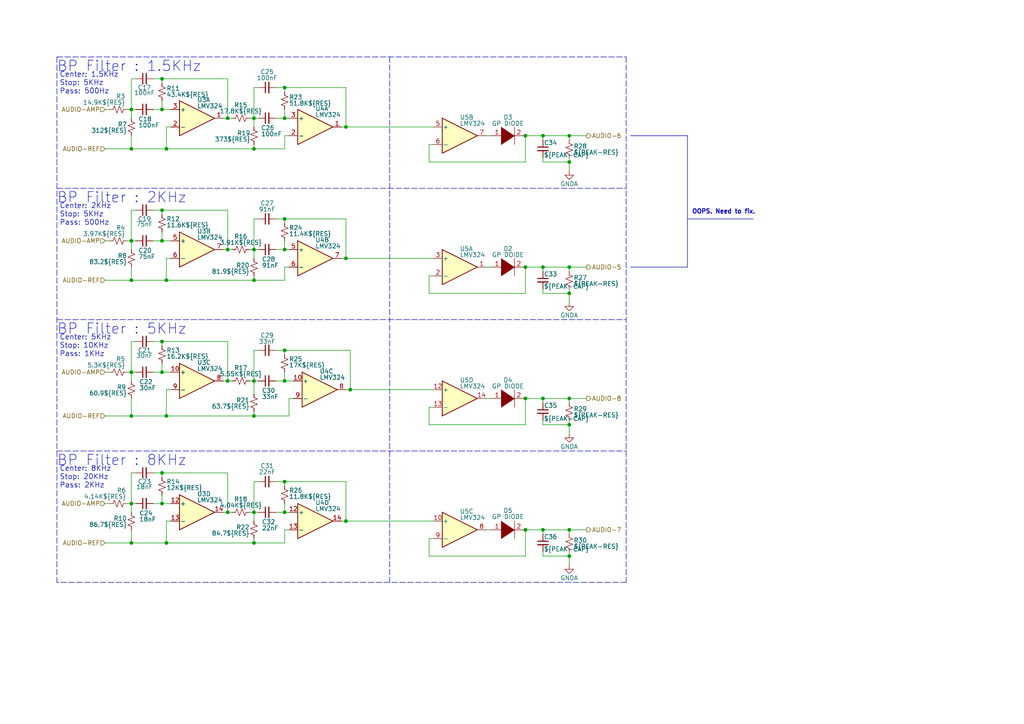
<source format=kicad_sch>
(kicad_sch (version 20211123) (generator eeschema)

  (uuid 60021846-d840-4608-8dc9-ae5d3d20248f)

  (paper "A4")

  (title_block
    (title "LightDrum")
    (rev "REV7")
    (company "Daxxn Industries")
  )

  (lib_symbols
    (symbol "Amplifier_Operational:LMV324" (pin_names (offset 0.127)) (in_bom yes) (on_board yes)
      (property "Reference" "U" (id 0) (at 0 5.08 0)
        (effects (font (size 1.27 1.27)) (justify left))
      )
      (property "Value" "LMV324" (id 1) (at 0 -5.08 0)
        (effects (font (size 1.27 1.27)) (justify left))
      )
      (property "Footprint" "" (id 2) (at -1.27 2.54 0)
        (effects (font (size 1.27 1.27)) hide)
      )
      (property "Datasheet" "http://www.ti.com/lit/ds/symlink/lmv324.pdf" (id 3) (at 1.27 5.08 0)
        (effects (font (size 1.27 1.27)) hide)
      )
      (property "ki_locked" "" (id 4) (at 0 0 0)
        (effects (font (size 1.27 1.27)))
      )
      (property "ki_keywords" "quad opamp" (id 5) (at 0 0 0)
        (effects (font (size 1.27 1.27)) hide)
      )
      (property "ki_description" "Quad Low-Voltage Rail-to-Rail Output Operational Amplifier, SOIC-14/SSOP-14" (id 6) (at 0 0 0)
        (effects (font (size 1.27 1.27)) hide)
      )
      (property "ki_fp_filters" "SOIC*3.9x8.7mm*P1.27mm* DIP*W7.62mm* TSSOP*4.4x5mm*P0.65mm* SSOP*5.3x6.2mm*P0.65mm* MSOP*3x3mm*P0.5mm*" (id 7) (at 0 0 0)
        (effects (font (size 1.27 1.27)) hide)
      )
      (symbol "LMV324_1_1"
        (polyline
          (pts
            (xy -5.08 5.08)
            (xy 5.08 0)
            (xy -5.08 -5.08)
            (xy -5.08 5.08)
          )
          (stroke (width 0.254) (type default) (color 0 0 0 0))
          (fill (type background))
        )
        (pin output line (at 7.62 0 180) (length 2.54)
          (name "~" (effects (font (size 1.27 1.27))))
          (number "1" (effects (font (size 1.27 1.27))))
        )
        (pin input line (at -7.62 -2.54 0) (length 2.54)
          (name "-" (effects (font (size 1.27 1.27))))
          (number "2" (effects (font (size 1.27 1.27))))
        )
        (pin input line (at -7.62 2.54 0) (length 2.54)
          (name "+" (effects (font (size 1.27 1.27))))
          (number "3" (effects (font (size 1.27 1.27))))
        )
      )
      (symbol "LMV324_2_1"
        (polyline
          (pts
            (xy -5.08 5.08)
            (xy 5.08 0)
            (xy -5.08 -5.08)
            (xy -5.08 5.08)
          )
          (stroke (width 0.254) (type default) (color 0 0 0 0))
          (fill (type background))
        )
        (pin input line (at -7.62 2.54 0) (length 2.54)
          (name "+" (effects (font (size 1.27 1.27))))
          (number "5" (effects (font (size 1.27 1.27))))
        )
        (pin input line (at -7.62 -2.54 0) (length 2.54)
          (name "-" (effects (font (size 1.27 1.27))))
          (number "6" (effects (font (size 1.27 1.27))))
        )
        (pin output line (at 7.62 0 180) (length 2.54)
          (name "~" (effects (font (size 1.27 1.27))))
          (number "7" (effects (font (size 1.27 1.27))))
        )
      )
      (symbol "LMV324_3_1"
        (polyline
          (pts
            (xy -5.08 5.08)
            (xy 5.08 0)
            (xy -5.08 -5.08)
            (xy -5.08 5.08)
          )
          (stroke (width 0.254) (type default) (color 0 0 0 0))
          (fill (type background))
        )
        (pin input line (at -7.62 2.54 0) (length 2.54)
          (name "+" (effects (font (size 1.27 1.27))))
          (number "10" (effects (font (size 1.27 1.27))))
        )
        (pin output line (at 7.62 0 180) (length 2.54)
          (name "~" (effects (font (size 1.27 1.27))))
          (number "8" (effects (font (size 1.27 1.27))))
        )
        (pin input line (at -7.62 -2.54 0) (length 2.54)
          (name "-" (effects (font (size 1.27 1.27))))
          (number "9" (effects (font (size 1.27 1.27))))
        )
      )
      (symbol "LMV324_4_1"
        (polyline
          (pts
            (xy -5.08 5.08)
            (xy 5.08 0)
            (xy -5.08 -5.08)
            (xy -5.08 5.08)
          )
          (stroke (width 0.254) (type default) (color 0 0 0 0))
          (fill (type background))
        )
        (pin input line (at -7.62 2.54 0) (length 2.54)
          (name "+" (effects (font (size 1.27 1.27))))
          (number "12" (effects (font (size 1.27 1.27))))
        )
        (pin input line (at -7.62 -2.54 0) (length 2.54)
          (name "-" (effects (font (size 1.27 1.27))))
          (number "13" (effects (font (size 1.27 1.27))))
        )
        (pin output line (at 7.62 0 180) (length 2.54)
          (name "~" (effects (font (size 1.27 1.27))))
          (number "14" (effects (font (size 1.27 1.27))))
        )
      )
      (symbol "LMV324_5_1"
        (pin power_in line (at -2.54 -7.62 90) (length 3.81)
          (name "V-" (effects (font (size 1.27 1.27))))
          (number "11" (effects (font (size 1.27 1.27))))
        )
        (pin power_in line (at -2.54 7.62 270) (length 3.81)
          (name "V+" (effects (font (size 1.27 1.27))))
          (number "4" (effects (font (size 1.27 1.27))))
        )
      )
    )
    (symbol "Device:C_Small" (pin_numbers hide) (pin_names (offset 0.254) hide) (in_bom yes) (on_board yes)
      (property "Reference" "C" (id 0) (at 0.254 1.778 0)
        (effects (font (size 1.27 1.27)) (justify left))
      )
      (property "Value" "C_Small" (id 1) (at 0.254 -2.032 0)
        (effects (font (size 1.27 1.27)) (justify left))
      )
      (property "Footprint" "" (id 2) (at 0 0 0)
        (effects (font (size 1.27 1.27)) hide)
      )
      (property "Datasheet" "~" (id 3) (at 0 0 0)
        (effects (font (size 1.27 1.27)) hide)
      )
      (property "ki_keywords" "capacitor cap" (id 4) (at 0 0 0)
        (effects (font (size 1.27 1.27)) hide)
      )
      (property "ki_description" "Unpolarized capacitor, small symbol" (id 5) (at 0 0 0)
        (effects (font (size 1.27 1.27)) hide)
      )
      (property "ki_fp_filters" "C_*" (id 6) (at 0 0 0)
        (effects (font (size 1.27 1.27)) hide)
      )
      (symbol "C_Small_0_1"
        (polyline
          (pts
            (xy -1.524 -0.508)
            (xy 1.524 -0.508)
          )
          (stroke (width 0.3302) (type default) (color 0 0 0 0))
          (fill (type none))
        )
        (polyline
          (pts
            (xy -1.524 0.508)
            (xy 1.524 0.508)
          )
          (stroke (width 0.3048) (type default) (color 0 0 0 0))
          (fill (type none))
        )
      )
      (symbol "C_Small_1_1"
        (pin passive line (at 0 2.54 270) (length 2.032)
          (name "~" (effects (font (size 1.27 1.27))))
          (number "1" (effects (font (size 1.27 1.27))))
        )
        (pin passive line (at 0 -2.54 90) (length 2.032)
          (name "~" (effects (font (size 1.27 1.27))))
          (number "2" (effects (font (size 1.27 1.27))))
        )
      )
    )
    (symbol "Device:R_Small_US" (pin_numbers hide) (pin_names (offset 0.254) hide) (in_bom yes) (on_board yes)
      (property "Reference" "R" (id 0) (at 0.762 0.508 0)
        (effects (font (size 1.27 1.27)) (justify left))
      )
      (property "Value" "R_Small_US" (id 1) (at 0.762 -1.016 0)
        (effects (font (size 1.27 1.27)) (justify left))
      )
      (property "Footprint" "" (id 2) (at 0 0 0)
        (effects (font (size 1.27 1.27)) hide)
      )
      (property "Datasheet" "~" (id 3) (at 0 0 0)
        (effects (font (size 1.27 1.27)) hide)
      )
      (property "ki_keywords" "r resistor" (id 4) (at 0 0 0)
        (effects (font (size 1.27 1.27)) hide)
      )
      (property "ki_description" "Resistor, small US symbol" (id 5) (at 0 0 0)
        (effects (font (size 1.27 1.27)) hide)
      )
      (property "ki_fp_filters" "R_*" (id 6) (at 0 0 0)
        (effects (font (size 1.27 1.27)) hide)
      )
      (symbol "R_Small_US_1_1"
        (polyline
          (pts
            (xy 0 0)
            (xy 1.016 -0.381)
            (xy 0 -0.762)
            (xy -1.016 -1.143)
            (xy 0 -1.524)
          )
          (stroke (width 0) (type default) (color 0 0 0 0))
          (fill (type none))
        )
        (polyline
          (pts
            (xy 0 1.524)
            (xy 1.016 1.143)
            (xy 0 0.762)
            (xy -1.016 0.381)
            (xy 0 0)
          )
          (stroke (width 0) (type default) (color 0 0 0 0))
          (fill (type none))
        )
        (pin passive line (at 0 2.54 270) (length 1.016)
          (name "~" (effects (font (size 1.27 1.27))))
          (number "1" (effects (font (size 1.27 1.27))))
        )
        (pin passive line (at 0 -2.54 90) (length 1.016)
          (name "~" (effects (font (size 1.27 1.27))))
          (number "2" (effects (font (size 1.27 1.27))))
        )
      )
    )
    (symbol "power:GNDA" (power) (pin_names (offset 0)) (in_bom yes) (on_board yes)
      (property "Reference" "#PWR" (id 0) (at 0 -6.35 0)
        (effects (font (size 1.27 1.27)) hide)
      )
      (property "Value" "GNDA" (id 1) (at 0 -3.81 0)
        (effects (font (size 1.27 1.27)))
      )
      (property "Footprint" "" (id 2) (at 0 0 0)
        (effects (font (size 1.27 1.27)) hide)
      )
      (property "Datasheet" "" (id 3) (at 0 0 0)
        (effects (font (size 1.27 1.27)) hide)
      )
      (property "ki_keywords" "power-flag" (id 4) (at 0 0 0)
        (effects (font (size 1.27 1.27)) hide)
      )
      (property "ki_description" "Power symbol creates a global label with name \"GNDA\" , analog ground" (id 5) (at 0 0 0)
        (effects (font (size 1.27 1.27)) hide)
      )
      (symbol "GNDA_0_1"
        (polyline
          (pts
            (xy 0 0)
            (xy 0 -1.27)
            (xy 1.27 -1.27)
            (xy 0 -2.54)
            (xy -1.27 -1.27)
            (xy 0 -1.27)
          )
          (stroke (width 0) (type default) (color 0 0 0 0))
          (fill (type none))
        )
      )
      (symbol "GNDA_1_1"
        (pin power_in line (at 0 0 270) (length 0) hide
          (name "GNDA" (effects (font (size 1.27 1.27))))
          (number "1" (effects (font (size 1.27 1.27))))
        )
      )
    )
    (symbol "pspice:DIODE" (pin_names (offset 1.016) hide) (in_bom yes) (on_board yes)
      (property "Reference" "D" (id 0) (at 0 3.81 0)
        (effects (font (size 1.27 1.27)))
      )
      (property "Value" "DIODE" (id 1) (at 0 -4.445 0)
        (effects (font (size 1.27 1.27)))
      )
      (property "Footprint" "" (id 2) (at 0 0 0)
        (effects (font (size 1.27 1.27)) hide)
      )
      (property "Datasheet" "~" (id 3) (at 0 0 0)
        (effects (font (size 1.27 1.27)) hide)
      )
      (property "ki_keywords" "simulation" (id 4) (at 0 0 0)
        (effects (font (size 1.27 1.27)) hide)
      )
      (property "ki_description" "Diode symbol for simulation only. Pin order incompatible with official kicad footprints" (id 5) (at 0 0 0)
        (effects (font (size 1.27 1.27)) hide)
      )
      (symbol "DIODE_0_1"
        (polyline
          (pts
            (xy 1.905 2.54)
            (xy 1.905 -2.54)
          )
          (stroke (width 0) (type default) (color 0 0 0 0))
          (fill (type none))
        )
        (polyline
          (pts
            (xy -1.905 2.54)
            (xy -1.905 -2.54)
            (xy 1.905 0)
          )
          (stroke (width 0) (type default) (color 0 0 0 0))
          (fill (type outline))
        )
      )
      (symbol "DIODE_1_1"
        (pin input line (at -5.08 0 0) (length 3.81)
          (name "K" (effects (font (size 1.27 1.27))))
          (number "1" (effects (font (size 1.27 1.27))))
        )
        (pin input line (at 5.08 0 180) (length 3.81)
          (name "A" (effects (font (size 1.27 1.27))))
          (number "2" (effects (font (size 1.27 1.27))))
        )
      )
    )
  )

  (junction (at 73.66 81.28) (diameter 0) (color 0 0 0 0)
    (uuid 015d6a45-acb4-4dea-97e7-efbf391eea79)
  )
  (junction (at 73.66 34.29) (diameter 0) (color 0 0 0 0)
    (uuid 01a944f5-45d0-496a-87d2-307894679fcd)
  )
  (junction (at 100.33 36.83) (diameter 0) (color 0 0 0 0)
    (uuid 09d3796d-fdf9-4f9b-aff0-02317c2919dd)
  )
  (junction (at 46.99 60.96) (diameter 0) (color 0 0 0 0)
    (uuid 0a5d9630-1d53-4b1c-8f70-f2b1de5cc2c2)
  )
  (junction (at 46.99 137.16) (diameter 0) (color 0 0 0 0)
    (uuid 0e832cde-156e-4de7-af2a-180e0ed6ecf5)
  )
  (junction (at 66.04 148.59) (diameter 0) (color 0 0 0 0)
    (uuid 137f7188-2bf5-4f5b-aa38-84548c5154a5)
  )
  (junction (at 82.55 139.7) (diameter 0) (color 0 0 0 0)
    (uuid 17977612-13a5-491e-b644-1e796cb78a03)
  )
  (junction (at 38.1 81.28) (diameter 0) (color 0 0 0 0)
    (uuid 1dd1f144-9040-447b-827f-ac411f16c8c3)
  )
  (junction (at 152.4 115.57) (diameter 0) (color 0 0 0 0)
    (uuid 1e8ad116-d9e4-4f84-be96-99cd8364378a)
  )
  (junction (at 46.99 22.86) (diameter 0) (color 0 0 0 0)
    (uuid 297a733d-0201-443e-89e7-5988327289c5)
  )
  (junction (at 100.33 151.13) (diameter 0) (color 0 0 0 0)
    (uuid 35044421-ea6c-465c-b020-1ad0539197b6)
  )
  (junction (at 66.04 34.29) (diameter 0) (color 0 0 0 0)
    (uuid 3c2b6989-6747-4417-a43a-f4867c3188f1)
  )
  (junction (at 165.1 153.67) (diameter 0) (color 0 0 0 0)
    (uuid 41e821e2-c3a2-46ef-9cd5-700d8c4f6fa6)
  )
  (junction (at 152.4 39.37) (diameter 0) (color 0 0 0 0)
    (uuid 47f00856-7cb0-4922-9d6f-0f8a03874f43)
  )
  (junction (at 73.66 148.59) (diameter 0) (color 0 0 0 0)
    (uuid 513578de-d696-48eb-b820-297611156aee)
  )
  (junction (at 82.55 148.59) (diameter 0) (color 0 0 0 0)
    (uuid 5bfd1111-b12a-4aef-b91e-872e7fed4359)
  )
  (junction (at 38.1 120.65) (diameter 0) (color 0 0 0 0)
    (uuid 5ca46426-1007-4efd-8882-8af4040a4158)
  )
  (junction (at 48.26 81.28) (diameter 0) (color 0 0 0 0)
    (uuid 5d787834-ce4b-4b8a-89c3-dbc99ef81dc5)
  )
  (junction (at 73.66 110.49) (diameter 0) (color 0 0 0 0)
    (uuid 6bcb81c0-eeaf-49dc-83fd-1a0b946f2a8b)
  )
  (junction (at 66.04 72.39) (diameter 0) (color 0 0 0 0)
    (uuid 6c434de6-623e-4b23-ab83-91f6e51b76a1)
  )
  (junction (at 48.26 157.48) (diameter 0) (color 0 0 0 0)
    (uuid 729064e4-1207-457b-b766-c7079c68ffb3)
  )
  (junction (at 38.1 146.05) (diameter 0) (color 0 0 0 0)
    (uuid 751c941a-cdcf-4ed8-9976-a31e17fb7a03)
  )
  (junction (at 152.4 77.47) (diameter 0) (color 0 0 0 0)
    (uuid 7a124ee6-25e1-4fa5-88a3-b9540493954e)
  )
  (junction (at 38.1 107.95) (diameter 0) (color 0 0 0 0)
    (uuid 7e370cc4-2193-4c59-b676-8275f24db818)
  )
  (junction (at 157.48 77.47) (diameter 0) (color 0 0 0 0)
    (uuid 7f031dbf-051a-4f96-8514-a70ace242239)
  )
  (junction (at 157.48 39.37) (diameter 0) (color 0 0 0 0)
    (uuid 7f55e354-78d7-40d1-a76a-fc2a0aa8e071)
  )
  (junction (at 46.99 107.95) (diameter 0) (color 0 0 0 0)
    (uuid 7fb132ec-580c-4224-bbcc-b0a84f4a35e1)
  )
  (junction (at 101.6 113.03) (diameter 0) (color 0 0 0 0)
    (uuid 7fba7234-c3da-40d8-8450-f314d8095be5)
  )
  (junction (at 46.99 31.75) (diameter 0) (color 0 0 0 0)
    (uuid 8302635e-48ec-421e-aae1-8ba1e1a4b3ed)
  )
  (junction (at 165.1 161.29) (diameter 0) (color 0 0 0 0)
    (uuid 8a0c4de8-95cc-43e2-981d-6007c4d300f4)
  )
  (junction (at 73.66 43.18) (diameter 0) (color 0 0 0 0)
    (uuid 8acba7a6-2811-4648-84b0-6ef2c2fc8ab2)
  )
  (junction (at 165.1 115.57) (diameter 0) (color 0 0 0 0)
    (uuid 8b31e289-d08e-4acd-97cc-42f9c7233d7f)
  )
  (junction (at 82.55 25.4) (diameter 0) (color 0 0 0 0)
    (uuid 9631efaa-c0f9-460b-ba48-6dc651a2a850)
  )
  (junction (at 157.48 115.57) (diameter 0) (color 0 0 0 0)
    (uuid 9b426849-9d88-46b8-9d50-0424bf3bf1cd)
  )
  (junction (at 66.04 110.49) (diameter 0) (color 0 0 0 0)
    (uuid 9c7bb32d-4850-4c8f-be01-a6aad544e5ce)
  )
  (junction (at 82.55 72.39) (diameter 0) (color 0 0 0 0)
    (uuid 9f362d47-c44b-4dc6-b453-75d435c2ee6a)
  )
  (junction (at 48.26 120.65) (diameter 0) (color 0 0 0 0)
    (uuid b270e5a4-f513-4c8f-9760-0feb7271b58e)
  )
  (junction (at 46.99 146.05) (diameter 0) (color 0 0 0 0)
    (uuid b375e29f-d4dd-4bab-a8c5-d5e4a9d2646f)
  )
  (junction (at 165.1 39.37) (diameter 0) (color 0 0 0 0)
    (uuid b3ae37b6-78a6-4aa1-b027-3c6339d0fbfc)
  )
  (junction (at 165.1 46.99) (diameter 0) (color 0 0 0 0)
    (uuid b5d22e8a-cf11-43aa-bc0d-ff2d512ce676)
  )
  (junction (at 165.1 85.09) (diameter 0) (color 0 0 0 0)
    (uuid b7dd1b50-55f2-4396-9fdc-d97f581e5877)
  )
  (junction (at 157.48 153.67) (diameter 0) (color 0 0 0 0)
    (uuid b93c1baf-2f27-4fc7-9e54-fafe44460ab3)
  )
  (junction (at 73.66 157.48) (diameter 0) (color 0 0 0 0)
    (uuid b9ceb86b-6a1d-408b-9c2d-fe31cdfc878b)
  )
  (junction (at 48.26 43.18) (diameter 0) (color 0 0 0 0)
    (uuid be97c7fb-5be9-4715-8b6f-a5a5e99e93db)
  )
  (junction (at 82.55 101.6) (diameter 0) (color 0 0 0 0)
    (uuid bf33e4c7-9ccb-44f5-899a-08c0a500f546)
  )
  (junction (at 38.1 31.75) (diameter 0) (color 0 0 0 0)
    (uuid c1b39be1-a774-468f-be15-06d3ee75a6c7)
  )
  (junction (at 38.1 43.18) (diameter 0) (color 0 0 0 0)
    (uuid c319466e-3170-40cf-bd27-7f56d0a5613c)
  )
  (junction (at 165.1 123.19) (diameter 0) (color 0 0 0 0)
    (uuid c8f77d0a-7f19-46c8-bde7-b9d8139ea0b7)
  )
  (junction (at 38.1 69.85) (diameter 0) (color 0 0 0 0)
    (uuid d3673b5e-eb1e-423f-abb3-de4fdcf1bcc5)
  )
  (junction (at 73.66 120.65) (diameter 0) (color 0 0 0 0)
    (uuid d4952c65-d494-4799-bef7-639dc90ae008)
  )
  (junction (at 82.55 110.49) (diameter 0) (color 0 0 0 0)
    (uuid d5106fa2-1b51-491e-844d-6147c6c7fba5)
  )
  (junction (at 165.1 77.47) (diameter 0) (color 0 0 0 0)
    (uuid dabb5167-ae8a-41f6-8844-18117c3358ee)
  )
  (junction (at 100.33 74.93) (diameter 0) (color 0 0 0 0)
    (uuid db96b282-4a59-4bd6-81ee-b324ea3609f1)
  )
  (junction (at 46.99 69.85) (diameter 0) (color 0 0 0 0)
    (uuid ddcf11a9-22a8-4450-8507-5beb0e0be8a6)
  )
  (junction (at 38.1 157.48) (diameter 0) (color 0 0 0 0)
    (uuid e5357cab-6e33-4d7e-8800-6cca9e957b75)
  )
  (junction (at 82.55 63.5) (diameter 0) (color 0 0 0 0)
    (uuid ed5c30ff-b96d-48f1-8eca-51dcac597e9b)
  )
  (junction (at 152.4 153.67) (diameter 0) (color 0 0 0 0)
    (uuid ee48b995-d979-4335-a321-0bac25e4e6b2)
  )
  (junction (at 82.55 34.29) (diameter 0) (color 0 0 0 0)
    (uuid eed3308c-e421-4c27-9453-202d4b1b520b)
  )
  (junction (at 73.66 72.39) (diameter 0) (color 0 0 0 0)
    (uuid f8fd0093-b9f7-43fa-8a09-af5ccabada84)
  )
  (junction (at 46.99 99.06) (diameter 0) (color 0 0 0 0)
    (uuid fee2c389-62b4-49b1-bfd1-b357996e19d5)
  )

  (wire (pts (xy 66.04 148.59) (xy 64.77 148.59))
    (stroke (width 0) (type default) (color 0 0 0 0))
    (uuid 0003d12e-dba5-4ab3-be91-48b8ec530ad8)
  )
  (wire (pts (xy 38.1 77.47) (xy 38.1 81.28))
    (stroke (width 0) (type default) (color 0 0 0 0))
    (uuid 002a6a8d-6962-40ea-9c98-e2e578c6c7fa)
  )
  (wire (pts (xy 165.1 161.29) (xy 157.48 161.29))
    (stroke (width 0) (type default) (color 0 0 0 0))
    (uuid 0279f9b0-fb9f-4347-9b04-30c19009e73c)
  )
  (wire (pts (xy 73.66 63.5) (xy 73.66 72.39))
    (stroke (width 0) (type default) (color 0 0 0 0))
    (uuid 0582c574-b201-43ef-940c-72626a4757ce)
  )
  (wire (pts (xy 83.82 115.57) (xy 85.09 115.57))
    (stroke (width 0) (type default) (color 0 0 0 0))
    (uuid 05ed793e-ee62-4ec8-aaf8-355c5a7b8a60)
  )
  (wire (pts (xy 48.26 120.65) (xy 73.66 120.65))
    (stroke (width 0) (type default) (color 0 0 0 0))
    (uuid 0665fc9a-1853-4483-9836-00ab72be222c)
  )
  (wire (pts (xy 66.04 148.59) (xy 67.31 148.59))
    (stroke (width 0) (type default) (color 0 0 0 0))
    (uuid 0792de1c-b956-4656-83bb-16cf11f47365)
  )
  (wire (pts (xy 73.66 139.7) (xy 73.66 148.59))
    (stroke (width 0) (type default) (color 0 0 0 0))
    (uuid 07cf73c1-3b6a-48d1-afd1-38b19e8f112f)
  )
  (wire (pts (xy 165.1 77.47) (xy 157.48 77.47))
    (stroke (width 0) (type default) (color 0 0 0 0))
    (uuid 0840adf1-f91d-4865-ae49-d0b3cb3686ed)
  )
  (wire (pts (xy 152.4 77.47) (xy 152.4 85.09))
    (stroke (width 0) (type default) (color 0 0 0 0))
    (uuid 088079bc-3bfa-4bd4-a18f-0495ac3ac71a)
  )
  (polyline (pts (xy 182.88 77.47) (xy 199.39 77.47))
    (stroke (width 0) (type solid) (color 0 0 0 0))
    (uuid 08cb6604-eb77-4d9e-9fc1-70c442b99887)
  )

  (wire (pts (xy 157.48 39.37) (xy 152.4 39.37))
    (stroke (width 0) (type default) (color 0 0 0 0))
    (uuid 0a05ee6c-e69e-43d9-ac73-13d787bc08ce)
  )
  (wire (pts (xy 73.66 25.4) (xy 73.66 34.29))
    (stroke (width 0) (type default) (color 0 0 0 0))
    (uuid 0a92ac8b-e983-4abb-a377-b2abf443ad2c)
  )
  (wire (pts (xy 80.01 63.5) (xy 82.55 63.5))
    (stroke (width 0) (type default) (color 0 0 0 0))
    (uuid 0b14ae5c-b23f-4f6b-8b2e-1cfcbdeabe09)
  )
  (wire (pts (xy 38.1 31.75) (xy 38.1 34.29))
    (stroke (width 0) (type default) (color 0 0 0 0))
    (uuid 0b57ce0c-21d9-414e-953b-733580fcb312)
  )
  (wire (pts (xy 82.55 25.4) (xy 82.55 26.67))
    (stroke (width 0) (type default) (color 0 0 0 0))
    (uuid 0c44b9e3-2ec5-47b3-81b4-5a90907a70a5)
  )
  (wire (pts (xy 73.66 101.6) (xy 74.93 101.6))
    (stroke (width 0) (type default) (color 0 0 0 0))
    (uuid 0c539b10-a8fc-4934-bbac-d5dbaf05e7e8)
  )
  (wire (pts (xy 38.1 146.05) (xy 38.1 148.59))
    (stroke (width 0) (type default) (color 0 0 0 0))
    (uuid 0cf5e193-95f1-4a70-9268-5c64d04de2f7)
  )
  (wire (pts (xy 38.1 69.85) (xy 38.1 72.39))
    (stroke (width 0) (type default) (color 0 0 0 0))
    (uuid 0d559e13-171c-4965-a5cf-6300621250d1)
  )
  (wire (pts (xy 66.04 72.39) (xy 67.31 72.39))
    (stroke (width 0) (type default) (color 0 0 0 0))
    (uuid 10240f4c-4d55-4021-af49-716cce8e34ff)
  )
  (wire (pts (xy 72.39 148.59) (xy 73.66 148.59))
    (stroke (width 0) (type default) (color 0 0 0 0))
    (uuid 10ce69c0-0fb7-4500-96ae-fc01777879fd)
  )
  (wire (pts (xy 80.01 34.29) (xy 82.55 34.29))
    (stroke (width 0) (type default) (color 0 0 0 0))
    (uuid 10dd49cc-219b-4255-9762-4ab8600ee731)
  )
  (wire (pts (xy 66.04 34.29) (xy 67.31 34.29))
    (stroke (width 0) (type default) (color 0 0 0 0))
    (uuid 11d23513-841b-4e13-813a-eb78618f5347)
  )
  (wire (pts (xy 165.1 78.74) (xy 165.1 77.47))
    (stroke (width 0) (type default) (color 0 0 0 0))
    (uuid 13d097e2-8019-4928-a911-46105943825f)
  )
  (wire (pts (xy 38.1 60.96) (xy 39.37 60.96))
    (stroke (width 0) (type default) (color 0 0 0 0))
    (uuid 13eae977-e117-4af8-a951-523146d7a844)
  )
  (wire (pts (xy 152.4 39.37) (xy 152.4 46.99))
    (stroke (width 0) (type default) (color 0 0 0 0))
    (uuid 143f3fe6-91f0-44af-86bb-e136f94a8dcc)
  )
  (wire (pts (xy 46.99 146.05) (xy 44.45 146.05))
    (stroke (width 0) (type default) (color 0 0 0 0))
    (uuid 150206ce-8b97-44fa-bd69-80f2734f2967)
  )
  (polyline (pts (xy 16.51 16.51) (xy 181.61 16.51))
    (stroke (width 0) (type default) (color 0 0 0 0))
    (uuid 15206a57-895c-40ba-adfd-a59e5542dd61)
  )

  (wire (pts (xy 73.66 43.18) (xy 82.55 43.18))
    (stroke (width 0) (type default) (color 0 0 0 0))
    (uuid 15c83c03-7673-4de2-bee9-3bc415e1a7cc)
  )
  (wire (pts (xy 165.1 116.84) (xy 165.1 115.57))
    (stroke (width 0) (type default) (color 0 0 0 0))
    (uuid 16a43aef-e71a-4952-b969-1a1d1371432f)
  )
  (polyline (pts (xy 199.39 63.5) (xy 218.44 63.5))
    (stroke (width 0) (type solid) (color 0 0 0 0))
    (uuid 1711a851-e9d4-42d4-b0a6-73366cab9fce)
  )

  (wire (pts (xy 30.48 157.48) (xy 38.1 157.48))
    (stroke (width 0) (type default) (color 0 0 0 0))
    (uuid 181d5c23-bab4-43f8-8121-04d4e78fb7e9)
  )
  (wire (pts (xy 48.26 43.18) (xy 73.66 43.18))
    (stroke (width 0) (type default) (color 0 0 0 0))
    (uuid 19572601-96fd-4512-b42d-037d9939fcb2)
  )
  (wire (pts (xy 46.99 99.06) (xy 44.45 99.06))
    (stroke (width 0) (type default) (color 0 0 0 0))
    (uuid 1aebaaeb-e72d-4e34-8391-807474ccae94)
  )
  (wire (pts (xy 30.48 146.05) (xy 31.75 146.05))
    (stroke (width 0) (type default) (color 0 0 0 0))
    (uuid 1c58e0c2-171b-46b4-9296-d4d7230975c7)
  )
  (wire (pts (xy 165.1 160.02) (xy 165.1 161.29))
    (stroke (width 0) (type default) (color 0 0 0 0))
    (uuid 1d49674c-11c8-43da-bb0d-f1c29294c4d5)
  )
  (wire (pts (xy 100.33 36.83) (xy 99.06 36.83))
    (stroke (width 0) (type default) (color 0 0 0 0))
    (uuid 1de617a3-e9ec-469a-b9be-2c60c4ea0fe2)
  )
  (wire (pts (xy 124.46 118.11) (xy 125.73 118.11))
    (stroke (width 0) (type default) (color 0 0 0 0))
    (uuid 1e23b1ae-b3f0-41ba-9802-8117c1b1118d)
  )
  (wire (pts (xy 48.26 74.93) (xy 49.53 74.93))
    (stroke (width 0) (type default) (color 0 0 0 0))
    (uuid 1fdce670-3e4f-4c82-b46d-08970146909a)
  )
  (wire (pts (xy 30.48 69.85) (xy 31.75 69.85))
    (stroke (width 0) (type default) (color 0 0 0 0))
    (uuid 20d42e0c-7f24-4b44-849e-39023ddb5257)
  )
  (wire (pts (xy 152.4 123.19) (xy 124.46 123.19))
    (stroke (width 0) (type default) (color 0 0 0 0))
    (uuid 2222364b-6651-40a4-8253-97d4843294ac)
  )
  (wire (pts (xy 100.33 151.13) (xy 125.73 151.13))
    (stroke (width 0) (type default) (color 0 0 0 0))
    (uuid 23992d08-cebf-45c2-abd9-c06f1242f59b)
  )
  (wire (pts (xy 66.04 99.06) (xy 46.99 99.06))
    (stroke (width 0) (type default) (color 0 0 0 0))
    (uuid 241612d8-434c-4edf-aed1-12348e208c6d)
  )
  (wire (pts (xy 46.99 137.16) (xy 66.04 137.16))
    (stroke (width 0) (type default) (color 0 0 0 0))
    (uuid 26dd2523-6a41-41e7-9169-8ab5ee3cb00a)
  )
  (wire (pts (xy 82.55 139.7) (xy 82.55 140.97))
    (stroke (width 0) (type default) (color 0 0 0 0))
    (uuid 2bc6a744-cf67-4111-abc6-b341745f98c1)
  )
  (wire (pts (xy 157.48 78.74) (xy 157.48 77.47))
    (stroke (width 0) (type default) (color 0 0 0 0))
    (uuid 2c3c4342-0dac-40c3-a64a-51e05495e3a3)
  )
  (polyline (pts (xy 182.88 39.37) (xy 199.39 39.37))
    (stroke (width 0) (type solid) (color 0 0 0 0))
    (uuid 2d15655e-8e35-404b-93d1-41c1da3b2372)
  )

  (wire (pts (xy 100.33 25.4) (xy 100.33 36.83))
    (stroke (width 0) (type default) (color 0 0 0 0))
    (uuid 2e45d18c-605c-4971-8461-775c7eb1cc6a)
  )
  (wire (pts (xy 80.01 110.49) (xy 82.55 110.49))
    (stroke (width 0) (type default) (color 0 0 0 0))
    (uuid 2ea6dcfb-5abc-4ef4-a84a-1f9f431a234b)
  )
  (wire (pts (xy 73.66 110.49) (xy 73.66 114.3))
    (stroke (width 0) (type default) (color 0 0 0 0))
    (uuid 3199044a-cd97-44e2-8795-bb239a402a7b)
  )
  (wire (pts (xy 30.48 107.95) (xy 31.75 107.95))
    (stroke (width 0) (type default) (color 0 0 0 0))
    (uuid 320d3582-bf47-4b7b-87a4-93f55439b02b)
  )
  (wire (pts (xy 140.97 39.37) (xy 142.24 39.37))
    (stroke (width 0) (type default) (color 0 0 0 0))
    (uuid 3615fd44-22bb-4085-b003-7a6779773acb)
  )
  (wire (pts (xy 48.26 74.93) (xy 48.26 81.28))
    (stroke (width 0) (type default) (color 0 0 0 0))
    (uuid 379a3cdc-340b-458a-b433-3c7a601dd1d6)
  )
  (wire (pts (xy 72.39 110.49) (xy 73.66 110.49))
    (stroke (width 0) (type default) (color 0 0 0 0))
    (uuid 38c9aba8-c74d-4fdf-9ef6-62d3c0345d8c)
  )
  (wire (pts (xy 82.55 34.29) (xy 83.82 34.29))
    (stroke (width 0) (type default) (color 0 0 0 0))
    (uuid 38eb7740-defe-4bb2-bcbe-4f0c90ad080f)
  )
  (wire (pts (xy 165.1 46.99) (xy 165.1 49.53))
    (stroke (width 0) (type default) (color 0 0 0 0))
    (uuid 39f459e9-7f66-4b66-a627-8831c58b0c80)
  )
  (wire (pts (xy 165.1 85.09) (xy 165.1 87.63))
    (stroke (width 0) (type default) (color 0 0 0 0))
    (uuid 3c031824-fc26-45a4-9cd4-6655cd9328c3)
  )
  (wire (pts (xy 165.1 40.64) (xy 165.1 39.37))
    (stroke (width 0) (type default) (color 0 0 0 0))
    (uuid 3d2685ee-c0bf-4d47-b5dc-c8abc3067201)
  )
  (wire (pts (xy 66.04 60.96) (xy 66.04 72.39))
    (stroke (width 0) (type default) (color 0 0 0 0))
    (uuid 3df47062-de27-4be9-a7da-2f007a022d4b)
  )
  (wire (pts (xy 38.1 99.06) (xy 38.1 107.95))
    (stroke (width 0) (type default) (color 0 0 0 0))
    (uuid 3e6af6f8-1b1b-4314-a274-897789d325c7)
  )
  (wire (pts (xy 46.99 31.75) (xy 44.45 31.75))
    (stroke (width 0) (type default) (color 0 0 0 0))
    (uuid 3fbac990-fcab-42bb-ae3c-0908909fda8c)
  )
  (wire (pts (xy 82.55 77.47) (xy 82.55 81.28))
    (stroke (width 0) (type default) (color 0 0 0 0))
    (uuid 40a0ca2a-00a1-4444-bf35-29db23302b10)
  )
  (wire (pts (xy 46.99 107.95) (xy 44.45 107.95))
    (stroke (width 0) (type default) (color 0 0 0 0))
    (uuid 4121342e-5100-48b5-a78b-ed5b9c9b295d)
  )
  (wire (pts (xy 152.4 46.99) (xy 124.46 46.99))
    (stroke (width 0) (type default) (color 0 0 0 0))
    (uuid 42ef0600-563d-444a-8581-297662ba94bc)
  )
  (wire (pts (xy 46.99 22.86) (xy 44.45 22.86))
    (stroke (width 0) (type default) (color 0 0 0 0))
    (uuid 43421eda-78cc-4c79-b2b9-b46d2fffe917)
  )
  (polyline (pts (xy 16.51 92.71) (xy 181.61 92.71))
    (stroke (width 0) (type default) (color 0 0 0 0))
    (uuid 440c954d-dd56-41c1-be5f-48967e2bc6b1)
  )

  (wire (pts (xy 49.53 36.83) (xy 48.26 36.83))
    (stroke (width 0) (type default) (color 0 0 0 0))
    (uuid 44a1e6a0-dc66-47a4-a418-aada2af91cbc)
  )
  (wire (pts (xy 100.33 139.7) (xy 100.33 151.13))
    (stroke (width 0) (type default) (color 0 0 0 0))
    (uuid 48ab7c26-9167-479d-9dcc-45c0fbaf4e83)
  )
  (wire (pts (xy 100.33 36.83) (xy 125.73 36.83))
    (stroke (width 0) (type default) (color 0 0 0 0))
    (uuid 49c89d2a-185f-4465-8775-d061aeeab81b)
  )
  (wire (pts (xy 101.6 113.03) (xy 125.73 113.03))
    (stroke (width 0) (type default) (color 0 0 0 0))
    (uuid 4b52dcf5-c3ff-4783-a266-68fa6998aed3)
  )
  (wire (pts (xy 165.1 85.09) (xy 157.48 85.09))
    (stroke (width 0) (type default) (color 0 0 0 0))
    (uuid 4d2ebdd8-3782-4d38-9200-8c33d42c6a4c)
  )
  (wire (pts (xy 73.66 72.39) (xy 73.66 74.93))
    (stroke (width 0) (type default) (color 0 0 0 0))
    (uuid 4e0614cc-37b2-4fd9-8083-bce17f192dfb)
  )
  (wire (pts (xy 38.1 81.28) (xy 48.26 81.28))
    (stroke (width 0) (type default) (color 0 0 0 0))
    (uuid 4e5b8f74-68e6-4c64-a374-dd8b6f1eca70)
  )
  (wire (pts (xy 38.1 153.67) (xy 38.1 157.48))
    (stroke (width 0) (type default) (color 0 0 0 0))
    (uuid 52721792-8c5e-4bed-9fd4-d18758cdb53c)
  )
  (wire (pts (xy 165.1 154.94) (xy 165.1 153.67))
    (stroke (width 0) (type default) (color 0 0 0 0))
    (uuid 5987e824-90fc-4674-a503-75d4f562c198)
  )
  (wire (pts (xy 38.1 137.16) (xy 39.37 137.16))
    (stroke (width 0) (type default) (color 0 0 0 0))
    (uuid 59948c9f-970f-4c0a-aea3-9f2ce68dad62)
  )
  (wire (pts (xy 36.83 69.85) (xy 38.1 69.85))
    (stroke (width 0) (type default) (color 0 0 0 0))
    (uuid 59ab53bb-c3c0-4c83-a4d7-d26026e96719)
  )
  (wire (pts (xy 152.4 115.57) (xy 152.4 123.19))
    (stroke (width 0) (type default) (color 0 0 0 0))
    (uuid 5b98202c-67dc-4046-8480-d377459b9d39)
  )
  (wire (pts (xy 82.55 34.29) (xy 82.55 31.75))
    (stroke (width 0) (type default) (color 0 0 0 0))
    (uuid 5c33a522-1433-44ba-af33-656063db28fd)
  )
  (wire (pts (xy 82.55 25.4) (xy 100.33 25.4))
    (stroke (width 0) (type default) (color 0 0 0 0))
    (uuid 5e7ef72f-11d9-409b-930d-202d4ad40d18)
  )
  (wire (pts (xy 46.99 69.85) (xy 49.53 69.85))
    (stroke (width 0) (type default) (color 0 0 0 0))
    (uuid 5ec1a6af-f0ca-4bb7-88ee-0230a211abd0)
  )
  (wire (pts (xy 82.55 101.6) (xy 101.6 101.6))
    (stroke (width 0) (type default) (color 0 0 0 0))
    (uuid 5fce3709-6147-40da-8f86-3db42a257bda)
  )
  (wire (pts (xy 165.1 161.29) (xy 165.1 163.83))
    (stroke (width 0) (type default) (color 0 0 0 0))
    (uuid 5fe9d048-669e-4890-b50d-f88e5fad1b89)
  )
  (wire (pts (xy 82.55 139.7) (xy 100.33 139.7))
    (stroke (width 0) (type default) (color 0 0 0 0))
    (uuid 602bcc52-9a94-4812-8a66-ebbd2f2e21eb)
  )
  (wire (pts (xy 157.48 40.64) (xy 157.48 39.37))
    (stroke (width 0) (type default) (color 0 0 0 0))
    (uuid 615a8e40-4db6-4052-83fd-8311a55a655c)
  )
  (wire (pts (xy 38.1 137.16) (xy 38.1 146.05))
    (stroke (width 0) (type default) (color 0 0 0 0))
    (uuid 621bab4a-d9fa-47d2-97fb-f6f97e5a4963)
  )
  (wire (pts (xy 46.99 29.21) (xy 46.99 31.75))
    (stroke (width 0) (type default) (color 0 0 0 0))
    (uuid 63b80447-fea8-4127-80c5-6e1610b95c85)
  )
  (wire (pts (xy 73.66 81.28) (xy 82.55 81.28))
    (stroke (width 0) (type default) (color 0 0 0 0))
    (uuid 63ec388b-e03f-4b58-a0ae-9b804cf3ca23)
  )
  (polyline (pts (xy 16.51 130.81) (xy 181.61 130.81))
    (stroke (width 0) (type default) (color 0 0 0 0))
    (uuid 63f96311-ac98-4313-b611-ca52dfd1ee8a)
  )

  (wire (pts (xy 73.66 110.49) (xy 74.93 110.49))
    (stroke (width 0) (type default) (color 0 0 0 0))
    (uuid 645e7aec-e930-4ad4-9da5-cbc1c2339b45)
  )
  (wire (pts (xy 82.55 101.6) (xy 82.55 102.87))
    (stroke (width 0) (type default) (color 0 0 0 0))
    (uuid 656eacdc-8d4c-44b0-ba2c-e0456617b9ea)
  )
  (wire (pts (xy 157.48 45.72) (xy 157.48 46.99))
    (stroke (width 0) (type default) (color 0 0 0 0))
    (uuid 65d3121a-b8ef-4d69-b8e0-8fad1e618fdc)
  )
  (wire (pts (xy 124.46 156.21) (xy 125.73 156.21))
    (stroke (width 0) (type default) (color 0 0 0 0))
    (uuid 691d5c34-c17b-4353-a022-5bd968b6489a)
  )
  (wire (pts (xy 82.55 72.39) (xy 82.55 69.85))
    (stroke (width 0) (type default) (color 0 0 0 0))
    (uuid 6af1c1ec-aaf8-4b3f-8a11-2d3fcd671451)
  )
  (wire (pts (xy 46.99 60.96) (xy 44.45 60.96))
    (stroke (width 0) (type default) (color 0 0 0 0))
    (uuid 6b9da7b4-d129-4251-9b6e-7012edb864c0)
  )
  (wire (pts (xy 30.48 81.28) (xy 38.1 81.28))
    (stroke (width 0) (type default) (color 0 0 0 0))
    (uuid 6c9b6b09-83fb-4720-991b-1bafd92a9ea7)
  )
  (polyline (pts (xy 16.51 16.51) (xy 16.51 168.91))
    (stroke (width 0) (type default) (color 0 0 0 0))
    (uuid 6e6615e8-f2df-444c-ae1c-adae559d0fbc)
  )

  (wire (pts (xy 72.39 34.29) (xy 73.66 34.29))
    (stroke (width 0) (type default) (color 0 0 0 0))
    (uuid 6ec835e1-dd08-4ae4-9287-5c42e2cc450d)
  )
  (wire (pts (xy 38.1 157.48) (xy 48.26 157.48))
    (stroke (width 0) (type default) (color 0 0 0 0))
    (uuid 6f20bddb-fbee-45f3-9068-994bf46f4b68)
  )
  (polyline (pts (xy 181.61 16.51) (xy 181.61 168.91))
    (stroke (width 0) (type default) (color 0 0 0 0))
    (uuid 70010bcf-b0c6-4915-be03-85302e9603ef)
  )

  (wire (pts (xy 140.97 77.47) (xy 142.24 77.47))
    (stroke (width 0) (type default) (color 0 0 0 0))
    (uuid 706c8ea3-3588-4207-9fe5-d830fa4eee79)
  )
  (wire (pts (xy 48.26 81.28) (xy 73.66 81.28))
    (stroke (width 0) (type default) (color 0 0 0 0))
    (uuid 7119c7cd-b24d-4e63-bdac-d5a054b54d1a)
  )
  (wire (pts (xy 165.1 39.37) (xy 170.18 39.37))
    (stroke (width 0) (type default) (color 0 0 0 0))
    (uuid 714639f9-7034-4418-ad53-6027439d0fcd)
  )
  (wire (pts (xy 100.33 74.93) (xy 125.73 74.93))
    (stroke (width 0) (type default) (color 0 0 0 0))
    (uuid 715f2e9c-cd12-4ada-b0a1-08d48a57c2d4)
  )
  (wire (pts (xy 46.99 143.51) (xy 46.99 146.05))
    (stroke (width 0) (type default) (color 0 0 0 0))
    (uuid 726c94ac-0e75-4ddc-9733-b4749f9ff01e)
  )
  (wire (pts (xy 82.55 110.49) (xy 85.09 110.49))
    (stroke (width 0) (type default) (color 0 0 0 0))
    (uuid 74d32079-1a5b-4d7e-82b7-89a98f9a8d2c)
  )
  (polyline (pts (xy 16.51 54.61) (xy 181.61 54.61))
    (stroke (width 0) (type default) (color 0 0 0 0))
    (uuid 751dc25f-7165-4bfd-a0a7-4f010e3376f0)
  )

  (wire (pts (xy 66.04 34.29) (xy 64.77 34.29))
    (stroke (width 0) (type default) (color 0 0 0 0))
    (uuid 7581a417-3002-40a6-b1da-e711e4f4d637)
  )
  (wire (pts (xy 165.1 123.19) (xy 165.1 125.73))
    (stroke (width 0) (type default) (color 0 0 0 0))
    (uuid 75fb7db2-d199-4694-8d37-495eef0990d6)
  )
  (wire (pts (xy 64.77 72.39) (xy 66.04 72.39))
    (stroke (width 0) (type default) (color 0 0 0 0))
    (uuid 76c0700f-2d54-4688-8319-c9dbba72cd0d)
  )
  (wire (pts (xy 49.53 151.13) (xy 48.26 151.13))
    (stroke (width 0) (type default) (color 0 0 0 0))
    (uuid 76ffb821-0c46-4ba0-ae1d-a388c3de596d)
  )
  (wire (pts (xy 73.66 148.59) (xy 73.66 151.13))
    (stroke (width 0) (type default) (color 0 0 0 0))
    (uuid 79efeae0-8dcb-45d2-aea2-1bf2b3c04157)
  )
  (wire (pts (xy 101.6 101.6) (xy 101.6 113.03))
    (stroke (width 0) (type default) (color 0 0 0 0))
    (uuid 7c9dce66-3181-4282-8995-fd7b6ab8ebab)
  )
  (wire (pts (xy 82.55 63.5) (xy 82.55 64.77))
    (stroke (width 0) (type default) (color 0 0 0 0))
    (uuid 7d0dbf63-62c0-45e5-8077-cb8f748c3c1c)
  )
  (wire (pts (xy 140.97 153.67) (xy 142.24 153.67))
    (stroke (width 0) (type default) (color 0 0 0 0))
    (uuid 7ec53672-3d4b-47af-b9be-068fe4c4b762)
  )
  (wire (pts (xy 152.4 85.09) (xy 124.46 85.09))
    (stroke (width 0) (type default) (color 0 0 0 0))
    (uuid 7efe4d95-aca8-415e-aeb0-a7ea3c9f2e9a)
  )
  (wire (pts (xy 124.46 80.01) (xy 125.73 80.01))
    (stroke (width 0) (type default) (color 0 0 0 0))
    (uuid 80d990ae-b627-4663-a435-5e838af7b953)
  )
  (wire (pts (xy 73.66 80.01) (xy 73.66 81.28))
    (stroke (width 0) (type default) (color 0 0 0 0))
    (uuid 82095ed0-1a4d-43b5-a0ac-d519482b10a0)
  )
  (wire (pts (xy 38.1 39.37) (xy 38.1 43.18))
    (stroke (width 0) (type default) (color 0 0 0 0))
    (uuid 82adc5db-07e5-42ed-9069-5d953c824924)
  )
  (wire (pts (xy 124.46 85.09) (xy 124.46 80.01))
    (stroke (width 0) (type default) (color 0 0 0 0))
    (uuid 833c4f47-0183-4625-99eb-6df57b695490)
  )
  (wire (pts (xy 83.82 115.57) (xy 83.82 120.65))
    (stroke (width 0) (type default) (color 0 0 0 0))
    (uuid 8359f76c-825d-4491-8597-76f679e73621)
  )
  (wire (pts (xy 73.66 72.39) (xy 74.93 72.39))
    (stroke (width 0) (type default) (color 0 0 0 0))
    (uuid 836e1dd0-8186-482e-92a4-c42e3bfae5fa)
  )
  (wire (pts (xy 72.39 72.39) (xy 73.66 72.39))
    (stroke (width 0) (type default) (color 0 0 0 0))
    (uuid 851d9359-7646-4c84-a27a-12f1583fa845)
  )
  (wire (pts (xy 80.01 139.7) (xy 82.55 139.7))
    (stroke (width 0) (type default) (color 0 0 0 0))
    (uuid 8543e845-678b-4e5d-a1a0-48a72bffa936)
  )
  (wire (pts (xy 83.82 153.67) (xy 82.55 153.67))
    (stroke (width 0) (type default) (color 0 0 0 0))
    (uuid 85f3d4fe-16ef-4ad2-bb56-cdd02ca2ab33)
  )
  (wire (pts (xy 165.1 39.37) (xy 157.48 39.37))
    (stroke (width 0) (type default) (color 0 0 0 0))
    (uuid 877e1ead-7364-4da7-9adb-f84ceb3fae0f)
  )
  (wire (pts (xy 38.1 99.06) (xy 39.37 99.06))
    (stroke (width 0) (type default) (color 0 0 0 0))
    (uuid 87806e4e-c2c9-4c9c-88b4-2e84d97fa5b3)
  )
  (wire (pts (xy 82.55 77.47) (xy 83.82 77.47))
    (stroke (width 0) (type default) (color 0 0 0 0))
    (uuid 8872029a-3ba8-439c-8698-6475ef1277fe)
  )
  (wire (pts (xy 82.55 148.59) (xy 83.82 148.59))
    (stroke (width 0) (type default) (color 0 0 0 0))
    (uuid 88ffae8f-70f3-4154-b398-fe3e2f2cb3e9)
  )
  (wire (pts (xy 73.66 41.91) (xy 73.66 43.18))
    (stroke (width 0) (type default) (color 0 0 0 0))
    (uuid 894fac90-b6d2-48cd-8cd9-ee6cc82a9beb)
  )
  (wire (pts (xy 165.1 153.67) (xy 170.18 153.67))
    (stroke (width 0) (type default) (color 0 0 0 0))
    (uuid 89efbfe1-499e-4f24-9f08-becf48cebe21)
  )
  (polyline (pts (xy 113.03 16.51) (xy 113.03 168.91))
    (stroke (width 0) (type default) (color 0 0 0 0))
    (uuid 8b2722c5-6c21-402a-a238-3759770f93ba)
  )

  (wire (pts (xy 46.99 69.85) (xy 44.45 69.85))
    (stroke (width 0) (type default) (color 0 0 0 0))
    (uuid 8c52591f-7123-4381-bdf5-7e4503195132)
  )
  (wire (pts (xy 48.26 36.83) (xy 48.26 43.18))
    (stroke (width 0) (type default) (color 0 0 0 0))
    (uuid 8c97b076-2399-4bcc-bbe7-5e71680abc62)
  )
  (wire (pts (xy 80.01 25.4) (xy 82.55 25.4))
    (stroke (width 0) (type default) (color 0 0 0 0))
    (uuid 915a42ad-a818-4fe3-b694-d1b39f0f0d8f)
  )
  (wire (pts (xy 157.48 77.47) (xy 152.4 77.47))
    (stroke (width 0) (type default) (color 0 0 0 0))
    (uuid 92346ada-291f-4c4c-aaf6-a2175155ef50)
  )
  (wire (pts (xy 165.1 77.47) (xy 170.18 77.47))
    (stroke (width 0) (type default) (color 0 0 0 0))
    (uuid 932afade-0783-49af-ba76-81de3ea36231)
  )
  (wire (pts (xy 124.46 161.29) (xy 124.46 156.21))
    (stroke (width 0) (type default) (color 0 0 0 0))
    (uuid 93aba6ff-bcb6-4508-a400-d56baa432c45)
  )
  (wire (pts (xy 80.01 148.59) (xy 82.55 148.59))
    (stroke (width 0) (type default) (color 0 0 0 0))
    (uuid 955ee99b-d326-4354-8946-8b454ac75988)
  )
  (wire (pts (xy 165.1 153.67) (xy 157.48 153.67))
    (stroke (width 0) (type default) (color 0 0 0 0))
    (uuid 9567c0e6-d05a-4768-aaad-4f56a3c1a5dc)
  )
  (wire (pts (xy 73.66 148.59) (xy 74.93 148.59))
    (stroke (width 0) (type default) (color 0 0 0 0))
    (uuid 95b7bae5-f168-449d-a0fc-3a033d72d225)
  )
  (wire (pts (xy 46.99 22.86) (xy 66.04 22.86))
    (stroke (width 0) (type default) (color 0 0 0 0))
    (uuid 95cde57d-0523-413e-8008-7d67786d8c81)
  )
  (wire (pts (xy 74.93 139.7) (xy 73.66 139.7))
    (stroke (width 0) (type default) (color 0 0 0 0))
    (uuid 95dc8037-eb4b-462f-a95b-5126c6e33381)
  )
  (wire (pts (xy 165.1 123.19) (xy 157.48 123.19))
    (stroke (width 0) (type default) (color 0 0 0 0))
    (uuid 961f8e78-e74a-47c9-be79-8dfcff3e465b)
  )
  (wire (pts (xy 157.48 83.82) (xy 157.48 85.09))
    (stroke (width 0) (type default) (color 0 0 0 0))
    (uuid 96559764-e1c1-4dba-8ad4-2caf1b2ddf4c)
  )
  (wire (pts (xy 64.77 110.49) (xy 66.04 110.49))
    (stroke (width 0) (type default) (color 0 0 0 0))
    (uuid 978c088e-5674-40f7-a090-493f9ac4fc57)
  )
  (wire (pts (xy 46.99 31.75) (xy 49.53 31.75))
    (stroke (width 0) (type default) (color 0 0 0 0))
    (uuid 97b6eda8-4789-437a-ba05-3f3844819297)
  )
  (wire (pts (xy 36.83 146.05) (xy 38.1 146.05))
    (stroke (width 0) (type default) (color 0 0 0 0))
    (uuid 9d58857d-3d4b-4e32-9ef0-a8e46ac0e277)
  )
  (wire (pts (xy 73.66 157.48) (xy 82.55 157.48))
    (stroke (width 0) (type default) (color 0 0 0 0))
    (uuid 9f923e46-cf04-450f-9078-b6dc7dc853a5)
  )
  (wire (pts (xy 99.06 74.93) (xy 100.33 74.93))
    (stroke (width 0) (type default) (color 0 0 0 0))
    (uuid a0cf8f4b-e820-4daf-bc4d-cbef51a63daa)
  )
  (wire (pts (xy 46.99 105.41) (xy 46.99 107.95))
    (stroke (width 0) (type default) (color 0 0 0 0))
    (uuid a19364bd-7c77-4d11-a966-ead3099aac55)
  )
  (wire (pts (xy 38.1 22.86) (xy 38.1 31.75))
    (stroke (width 0) (type default) (color 0 0 0 0))
    (uuid a54f5e67-da4a-4449-b0d3-4161f1c80fb6)
  )
  (wire (pts (xy 36.83 107.95) (xy 38.1 107.95))
    (stroke (width 0) (type default) (color 0 0 0 0))
    (uuid a5afdd05-0b9c-4b23-8fc4-0b8261e8446f)
  )
  (wire (pts (xy 82.55 148.59) (xy 82.55 146.05))
    (stroke (width 0) (type default) (color 0 0 0 0))
    (uuid a5e2aeec-02fe-4adc-85b9-8d95cb73f736)
  )
  (wire (pts (xy 38.1 107.95) (xy 38.1 110.49))
    (stroke (width 0) (type default) (color 0 0 0 0))
    (uuid a6d909f1-7e93-4225-b009-d36576481723)
  )
  (wire (pts (xy 48.26 113.03) (xy 48.26 120.65))
    (stroke (width 0) (type default) (color 0 0 0 0))
    (uuid abd94d68-7a60-4241-862c-8fdd88e10db4)
  )
  (wire (pts (xy 157.48 121.92) (xy 157.48 123.19))
    (stroke (width 0) (type default) (color 0 0 0 0))
    (uuid ac0fed61-abef-435c-95eb-f92e4480e139)
  )
  (wire (pts (xy 82.55 153.67) (xy 82.55 157.48))
    (stroke (width 0) (type default) (color 0 0 0 0))
    (uuid aca76a47-85af-4960-afb5-8a6824c7463d)
  )
  (wire (pts (xy 46.99 60.96) (xy 66.04 60.96))
    (stroke (width 0) (type default) (color 0 0 0 0))
    (uuid acffa73c-560b-47ce-8805-de62d6416a02)
  )
  (wire (pts (xy 66.04 22.86) (xy 66.04 34.29))
    (stroke (width 0) (type default) (color 0 0 0 0))
    (uuid ad0ba065-bbec-467b-bf42-4a3d2df8c0bc)
  )
  (wire (pts (xy 73.66 119.38) (xy 73.66 120.65))
    (stroke (width 0) (type default) (color 0 0 0 0))
    (uuid ad49d62e-c09e-43f4-9390-16ed61dc46f5)
  )
  (wire (pts (xy 73.66 120.65) (xy 83.82 120.65))
    (stroke (width 0) (type default) (color 0 0 0 0))
    (uuid adf8d3f5-b456-4cd3-b481-ea86beac683a)
  )
  (wire (pts (xy 74.93 25.4) (xy 73.66 25.4))
    (stroke (width 0) (type default) (color 0 0 0 0))
    (uuid af2abb18-e983-4385-9119-910b06cff7ab)
  )
  (wire (pts (xy 48.26 157.48) (xy 73.66 157.48))
    (stroke (width 0) (type default) (color 0 0 0 0))
    (uuid b24ef8d4-1db1-421f-b710-886638a216d8)
  )
  (wire (pts (xy 46.99 60.96) (xy 46.99 62.23))
    (stroke (width 0) (type default) (color 0 0 0 0))
    (uuid b30ea15e-8ddc-40aa-b30e-a5189d603114)
  )
  (wire (pts (xy 38.1 43.18) (xy 48.26 43.18))
    (stroke (width 0) (type default) (color 0 0 0 0))
    (uuid b336e8c0-e832-4cd5-9535-08e0103ffe52)
  )
  (wire (pts (xy 83.82 39.37) (xy 82.55 39.37))
    (stroke (width 0) (type default) (color 0 0 0 0))
    (uuid b36c3b25-873c-444e-9e1f-da2fcd492158)
  )
  (wire (pts (xy 152.4 161.29) (xy 124.46 161.29))
    (stroke (width 0) (type default) (color 0 0 0 0))
    (uuid b5a729d6-f445-4286-b9d0-9db628866eab)
  )
  (wire (pts (xy 80.01 72.39) (xy 82.55 72.39))
    (stroke (width 0) (type default) (color 0 0 0 0))
    (uuid b609f302-aecd-4c2b-a669-aba2b020bc4e)
  )
  (wire (pts (xy 165.1 83.82) (xy 165.1 85.09))
    (stroke (width 0) (type default) (color 0 0 0 0))
    (uuid b866eb8f-fabf-4098-a853-c13a78140385)
  )
  (wire (pts (xy 46.99 67.31) (xy 46.99 69.85))
    (stroke (width 0) (type default) (color 0 0 0 0))
    (uuid b91893bd-b8e1-4bdb-8438-9f1ca9838181)
  )
  (wire (pts (xy 38.1 115.57) (xy 38.1 120.65))
    (stroke (width 0) (type default) (color 0 0 0 0))
    (uuid bcaf0175-4cf6-464f-8e31-ddf739bd06d5)
  )
  (wire (pts (xy 100.33 151.13) (xy 99.06 151.13))
    (stroke (width 0) (type default) (color 0 0 0 0))
    (uuid bde46222-5748-4724-8d2a-ba983e811631)
  )
  (wire (pts (xy 100.33 113.03) (xy 101.6 113.03))
    (stroke (width 0) (type default) (color 0 0 0 0))
    (uuid bf2fc8a6-e6e7-469d-8f2f-9e66f8ff76be)
  )
  (wire (pts (xy 124.46 123.19) (xy 124.46 118.11))
    (stroke (width 0) (type default) (color 0 0 0 0))
    (uuid bfd09e74-a7a9-44a2-875b-0b900c148d04)
  )
  (wire (pts (xy 74.93 63.5) (xy 73.66 63.5))
    (stroke (width 0) (type default) (color 0 0 0 0))
    (uuid bfdd4bec-bfb5-48d6-9207-f3aa04b877e7)
  )
  (wire (pts (xy 152.4 153.67) (xy 152.4 161.29))
    (stroke (width 0) (type default) (color 0 0 0 0))
    (uuid bfe02a48-fc6f-43a1-9286-3cf813b38430)
  )
  (wire (pts (xy 157.48 153.67) (xy 152.4 153.67))
    (stroke (width 0) (type default) (color 0 0 0 0))
    (uuid c0b68e51-de62-4273-9c93-67c05d13e10d)
  )
  (wire (pts (xy 82.55 110.49) (xy 82.55 107.95))
    (stroke (width 0) (type default) (color 0 0 0 0))
    (uuid c1a07492-82b3-465b-9ac9-9e3c32fb2795)
  )
  (wire (pts (xy 82.55 63.5) (xy 100.33 63.5))
    (stroke (width 0) (type default) (color 0 0 0 0))
    (uuid c2214370-d966-42a9-a954-1b1a33322658)
  )
  (wire (pts (xy 46.99 99.06) (xy 46.99 100.33))
    (stroke (width 0) (type default) (color 0 0 0 0))
    (uuid c3bb0e6a-7829-4a29-aade-5883eb7d823e)
  )
  (wire (pts (xy 46.99 137.16) (xy 44.45 137.16))
    (stroke (width 0) (type default) (color 0 0 0 0))
    (uuid c53bfba3-54e3-45e1-9604-c9deb972d9f7)
  )
  (wire (pts (xy 38.1 146.05) (xy 39.37 146.05))
    (stroke (width 0) (type default) (color 0 0 0 0))
    (uuid c53d8ca7-4614-405c-8ca7-f4b12c206d35)
  )
  (wire (pts (xy 100.33 63.5) (xy 100.33 74.93))
    (stroke (width 0) (type default) (color 0 0 0 0))
    (uuid c596acb7-6f8e-4d1f-9ca9-09c245393e1d)
  )
  (wire (pts (xy 38.1 120.65) (xy 48.26 120.65))
    (stroke (width 0) (type default) (color 0 0 0 0))
    (uuid cdc80b8d-902c-4be7-b8f2-655a2dbffd4d)
  )
  (wire (pts (xy 157.48 116.84) (xy 157.48 115.57))
    (stroke (width 0) (type default) (color 0 0 0 0))
    (uuid ce1f8296-1deb-411b-b3f7-9b93e0b11dac)
  )
  (wire (pts (xy 46.99 146.05) (xy 49.53 146.05))
    (stroke (width 0) (type default) (color 0 0 0 0))
    (uuid ce7126fa-2ff0-4bcd-9d3b-2534a525b110)
  )
  (wire (pts (xy 124.46 41.91) (xy 125.73 41.91))
    (stroke (width 0) (type default) (color 0 0 0 0))
    (uuid d3cdc0c1-586e-44ce-ad1a-924dd7e3912d)
  )
  (polyline (pts (xy 199.39 39.37) (xy 199.39 77.47))
    (stroke (width 0) (type solid) (color 0 0 0 0))
    (uuid d7d60d91-c962-4b76-9b76-8706d313ecc7)
  )

  (wire (pts (xy 46.99 107.95) (xy 49.53 107.95))
    (stroke (width 0) (type default) (color 0 0 0 0))
    (uuid d8d2e05b-5857-4a83-b621-7228164255d1)
  )
  (wire (pts (xy 48.26 113.03) (xy 49.53 113.03))
    (stroke (width 0) (type default) (color 0 0 0 0))
    (uuid d8da8af3-5360-4c96-8412-bb7d39ef30cb)
  )
  (polyline (pts (xy 181.61 168.91) (xy 16.51 168.91))
    (stroke (width 0) (type default) (color 0 0 0 0))
    (uuid d9775ed1-12d9-4bad-8e41-7bc4c08c5fa9)
  )

  (wire (pts (xy 140.97 115.57) (xy 142.24 115.57))
    (stroke (width 0) (type default) (color 0 0 0 0))
    (uuid d9c13de6-095d-4163-831b-f44f7f68ea03)
  )
  (wire (pts (xy 38.1 107.95) (xy 39.37 107.95))
    (stroke (width 0) (type default) (color 0 0 0 0))
    (uuid dc557e7f-319a-4183-bb2a-e9a5be825f60)
  )
  (wire (pts (xy 165.1 45.72) (xy 165.1 46.99))
    (stroke (width 0) (type default) (color 0 0 0 0))
    (uuid dc6f6fa1-0586-4de3-9b8f-10794a2705af)
  )
  (wire (pts (xy 124.46 46.99) (xy 124.46 41.91))
    (stroke (width 0) (type default) (color 0 0 0 0))
    (uuid dca05d47-63dc-423e-86d9-73aac6de9809)
  )
  (wire (pts (xy 66.04 110.49) (xy 67.31 110.49))
    (stroke (width 0) (type default) (color 0 0 0 0))
    (uuid dd5b8fe1-92ce-4bdf-b2eb-0771d96e1a4f)
  )
  (wire (pts (xy 73.66 34.29) (xy 74.93 34.29))
    (stroke (width 0) (type default) (color 0 0 0 0))
    (uuid dd668970-c4d8-4b8e-a053-658e3042f4b9)
  )
  (wire (pts (xy 38.1 31.75) (xy 39.37 31.75))
    (stroke (width 0) (type default) (color 0 0 0 0))
    (uuid de16d1b4-81ef-47ac-9831-13bb3db60265)
  )
  (wire (pts (xy 46.99 22.86) (xy 46.99 24.13))
    (stroke (width 0) (type default) (color 0 0 0 0))
    (uuid de255fa8-3810-4cd9-bf17-a40d59e5037f)
  )
  (wire (pts (xy 30.48 120.65) (xy 38.1 120.65))
    (stroke (width 0) (type default) (color 0 0 0 0))
    (uuid de6ec102-73ed-415a-b830-764ae3329988)
  )
  (wire (pts (xy 73.66 156.21) (xy 73.66 157.48))
    (stroke (width 0) (type default) (color 0 0 0 0))
    (uuid de708211-fc4a-44eb-bc20-b1b07ee6536a)
  )
  (wire (pts (xy 30.48 43.18) (xy 38.1 43.18))
    (stroke (width 0) (type default) (color 0 0 0 0))
    (uuid df6c904e-bf62-42bc-85fa-3eb799f1dd6d)
  )
  (wire (pts (xy 157.48 160.02) (xy 157.48 161.29))
    (stroke (width 0) (type default) (color 0 0 0 0))
    (uuid e0406e10-88a8-48b0-b534-21025b4581ca)
  )
  (wire (pts (xy 157.48 154.94) (xy 157.48 153.67))
    (stroke (width 0) (type default) (color 0 0 0 0))
    (uuid e4bd64c6-78e4-453f-92ab-52cdea5aab8c)
  )
  (wire (pts (xy 38.1 60.96) (xy 38.1 69.85))
    (stroke (width 0) (type default) (color 0 0 0 0))
    (uuid e52dfe40-f512-4e8c-b9b2-754c038d75bf)
  )
  (wire (pts (xy 66.04 110.49) (xy 66.04 99.06))
    (stroke (width 0) (type default) (color 0 0 0 0))
    (uuid e654700f-f3d6-47d5-b674-8302e771dfaf)
  )
  (wire (pts (xy 66.04 137.16) (xy 66.04 148.59))
    (stroke (width 0) (type default) (color 0 0 0 0))
    (uuid e7169ef4-a530-4330-b363-6e6cce7d5b30)
  )
  (wire (pts (xy 30.48 31.75) (xy 31.75 31.75))
    (stroke (width 0) (type default) (color 0 0 0 0))
    (uuid e84bb178-75fd-4ff0-a5f3-0f4e7d2ca167)
  )
  (wire (pts (xy 157.48 115.57) (xy 152.4 115.57))
    (stroke (width 0) (type default) (color 0 0 0 0))
    (uuid eb070850-8cae-4ee3-99c2-47126bfd4dbc)
  )
  (wire (pts (xy 48.26 151.13) (xy 48.26 157.48))
    (stroke (width 0) (type default) (color 0 0 0 0))
    (uuid eb2a6548-1c40-44a4-ad94-2347789e7087)
  )
  (wire (pts (xy 165.1 121.92) (xy 165.1 123.19))
    (stroke (width 0) (type default) (color 0 0 0 0))
    (uuid ecd71ea7-d5df-4850-8ec5-e77b7979e010)
  )
  (wire (pts (xy 73.66 110.49) (xy 73.66 101.6))
    (stroke (width 0) (type default) (color 0 0 0 0))
    (uuid f0ac1490-ed40-464b-97da-d77c1c9171d0)
  )
  (wire (pts (xy 82.55 72.39) (xy 83.82 72.39))
    (stroke (width 0) (type default) (color 0 0 0 0))
    (uuid f13ca49e-4297-40ce-993e-e57b7aef1579)
  )
  (wire (pts (xy 165.1 46.99) (xy 157.48 46.99))
    (stroke (width 0) (type default) (color 0 0 0 0))
    (uuid f3266802-cbae-49d6-8327-e491a800ecc6)
  )
  (wire (pts (xy 165.1 115.57) (xy 157.48 115.57))
    (stroke (width 0) (type default) (color 0 0 0 0))
    (uuid f365806c-15ea-4fd9-a0cb-f8e433ed555b)
  )
  (wire (pts (xy 36.83 31.75) (xy 38.1 31.75))
    (stroke (width 0) (type default) (color 0 0 0 0))
    (uuid f3e486b8-6c3a-418a-b24c-be961af39267)
  )
  (wire (pts (xy 38.1 69.85) (xy 39.37 69.85))
    (stroke (width 0) (type default) (color 0 0 0 0))
    (uuid f40ed80a-bb3e-437e-87f7-b522ebd39d2d)
  )
  (wire (pts (xy 80.01 101.6) (xy 82.55 101.6))
    (stroke (width 0) (type default) (color 0 0 0 0))
    (uuid f6e5a71e-3f8c-457a-a5c7-41110d26f82f)
  )
  (wire (pts (xy 165.1 115.57) (xy 170.18 115.57))
    (stroke (width 0) (type default) (color 0 0 0 0))
    (uuid fb3cdb3a-34e9-444e-80d8-0662707e2549)
  )
  (wire (pts (xy 46.99 137.16) (xy 46.99 138.43))
    (stroke (width 0) (type default) (color 0 0 0 0))
    (uuid fb8bf059-4751-44b3-acaa-02ca778a6796)
  )
  (wire (pts (xy 73.66 34.29) (xy 73.66 36.83))
    (stroke (width 0) (type default) (color 0 0 0 0))
    (uuid fcaf6ca9-ec9b-41d5-9c4e-a261326f04b2)
  )
  (wire (pts (xy 82.55 39.37) (xy 82.55 43.18))
    (stroke (width 0) (type default) (color 0 0 0 0))
    (uuid feaa3e59-dfda-43a7-9bb0-d11e717a7fe6)
  )
  (wire (pts (xy 38.1 22.86) (xy 39.37 22.86))
    (stroke (width 0) (type default) (color 0 0 0 0))
    (uuid ff656e37-07e8-4506-ad78-f6740e24cc46)
  )

  (text "Center: 1.5KHz\nStop: 5KHz\nPass: 500Hz" (at 17.272 27.432 0)
    (effects (font (size 1.5 1.5)) (justify left bottom))
    (uuid 1b2b6231-2161-4469-8f7c-643042cb1128)
  )
  (text "Center: 8KHz\nStop: 20KHz\nPass: 2KHz" (at 17.272 141.732 0)
    (effects (font (size 1.5 1.5)) (justify left bottom))
    (uuid 461ac327-f37a-4a56-9cf3-f59cd2d1e3be)
  )
  (text "BP Filter : 8KHz" (at 16.51 135.382 0)
    (effects (font (size 3 3)) (justify left bottom))
    (uuid 60017b30-916b-41b7-b57c-70758efe6726)
  )
  (text "Center: 5KHz\nStop: 10KHz\nPass: 1KHz" (at 17.272 103.632 0)
    (effects (font (size 1.5 1.5)) (justify left bottom))
    (uuid 6ae02d3f-db68-4ade-a3af-516324ec74ab)
  )
  (text "Center: 2KHz\nStop: 5KHz\nPass: 500Hz" (at 17.272 65.532 0)
    (effects (font (size 1.5 1.5)) (justify left bottom))
    (uuid 7a521aee-7e62-474f-a2b4-f5b38b1dc878)
  )
  (text "BP Filter : 1.5KHz" (at 16.51 21.082 0)
    (effects (font (size 3 3)) (justify left bottom))
    (uuid 8dcbe0c3-813e-4ca0-97e7-9fca34303d26)
  )
  (text "BP Filter : 5KHz" (at 16.51 97.282 0)
    (effects (font (size 3 3)) (justify left bottom))
    (uuid ad37baaf-c9ab-49f0-a0a2-9a2f16461115)
  )
  (text "BP Filter : 2KHz" (at 16.51 59.182 0)
    (effects (font (size 3 3)) (justify left bottom))
    (uuid e09eee1a-2fc5-4003-bf3b-77fcd2f54179)
  )
  (text "OOPS. Need to fix." (at 200.66 62.23 0)
    (effects (font (size 1.27 1.27) bold) (justify left bottom))
    (uuid f6e8108d-3f15-4d7e-acc6-c49d1630e81d)
  )

  (hierarchical_label "AUDIO-8" (shape output) (at 170.18 115.57 0)
    (effects (font (size 1.27 1.27)) (justify left))
    (uuid 05316465-310d-40d9-a983-5b2f23845fc0)
  )
  (hierarchical_label "AUDIO-AMP" (shape input) (at 30.48 146.05 180)
    (effects (font (size 1.27 1.27)) (justify right))
    (uuid 079b3248-3d85-4ded-97bb-3a97f8b0b3b1)
  )
  (hierarchical_label "AUDIO-5" (shape output) (at 170.18 77.47 0)
    (effects (font (size 1.27 1.27)) (justify left))
    (uuid 2f361839-f606-48ba-996c-c693f7bfee72)
  )
  (hierarchical_label "AUDIO-REF" (shape input) (at 30.48 157.48 180)
    (effects (font (size 1.27 1.27)) (justify right))
    (uuid 3b7bc96f-2f31-4f23-8fc5-e4dae3fee2a6)
  )
  (hierarchical_label "AUDIO-REF" (shape input) (at 30.48 120.65 180)
    (effects (font (size 1.27 1.27)) (justify right))
    (uuid 3f8e8dc7-cf5b-4ab7-b149-0ee0bdef7964)
  )
  (hierarchical_label "AUDIO-AMP" (shape input) (at 30.48 69.85 180)
    (effects (font (size 1.27 1.27)) (justify right))
    (uuid 5279c248-1de1-46a6-bc8c-b64d49ff7606)
  )
  (hierarchical_label "AUDIO-REF" (shape input) (at 30.48 43.18 180)
    (effects (font (size 1.27 1.27)) (justify right))
    (uuid 54389997-0a4b-4d95-83c0-63fb6ceb2db6)
  )
  (hierarchical_label "AUDIO-AMP" (shape input) (at 30.48 31.75 180)
    (effects (font (size 1.27 1.27)) (justify right))
    (uuid b05b7a7c-8e2d-4148-864b-53bb3c808383)
  )
  (hierarchical_label "AUDIO-AMP" (shape input) (at 30.48 107.95 180)
    (effects (font (size 1.27 1.27)) (justify right))
    (uuid b0c76204-29ce-45ff-97f2-5ee7639e3d22)
  )
  (hierarchical_label "AUDIO-6" (shape output) (at 170.18 39.37 0)
    (effects (font (size 1.27 1.27)) (justify left))
    (uuid be4d1ebd-c2ee-476a-b222-afde6dc5cad3)
  )
  (hierarchical_label "AUDIO-REF" (shape input) (at 30.48 81.28 180)
    (effects (font (size 1.27 1.27)) (justify right))
    (uuid cb25de96-53e5-4fdc-bdac-b279d777da3b)
  )
  (hierarchical_label "AUDIO-7" (shape output) (at 170.18 153.67 0)
    (effects (font (size 1.27 1.27)) (justify left))
    (uuid e8ade4e3-8001-44db-925d-bb4d880a619e)
  )

  (symbol (lib_id "Device:R_Small_US") (at 165.1 119.38 0) (unit 1)
    (in_bom yes) (on_board yes)
    (uuid 02b91b77-5636-4ec0-99ce-0ca804f9cfcc)
    (property "Reference" "R29" (id 0) (at 166.37 118.618 0)
      (effects (font (size 1.27 1.27)) (justify left))
    )
    (property "Value" "${PEAK-RES}" (id 1) (at 166.37 120.396 0)
      (effects (font (size 1.27 1.27)) (justify left))
    )
    (property "Footprint" "Resistor_SMD:R_0805_2012Metric" (id 2) (at 165.1 119.38 0)
      (effects (font (size 1.27 1.27)) hide)
    )
    (property "Datasheet" "~" (id 3) (at 165.1 119.38 0)
      (effects (font (size 1.27 1.27)) hide)
    )
    (pin "1" (uuid d58f0d65-c957-4a5f-8b92-9dbf4d1351eb))
    (pin "2" (uuid e7cc5b3f-9410-430a-a279-438c952b247d))
  )

  (symbol (lib_id "Device:C_Small") (at 77.47 148.59 90) (unit 1)
    (in_bom yes) (on_board yes)
    (uuid 05934208-92cb-4dbc-9087-5fb2e1b45e63)
    (property "Reference" "C32" (id 0) (at 75.946 151.384 90)
      (effects (font (size 1.27 1.27)) (justify right))
    )
    (property "Value" "22nF" (id 1) (at 75.946 153.162 90)
      (effects (font (size 1.27 1.27)) (justify right))
    )
    (property "Footprint" "Capacitor_SMD:C_0805_2012Metric" (id 2) (at 77.47 148.59 0)
      (effects (font (size 1.27 1.27)) hide)
    )
    (property "Datasheet" "~" (id 3) (at 77.47 148.59 0)
      (effects (font (size 1.27 1.27)) hide)
    )
    (pin "1" (uuid 71053a61-a6d6-4ad9-ad5c-f23a7596cbb2))
    (pin "2" (uuid dc69cfd9-c886-4d11-aabc-e8384fbb30c0))
  )

  (symbol (lib_id "Device:R_Small_US") (at 34.29 107.95 90) (unit 1)
    (in_bom yes) (on_board yes)
    (uuid 0cc39818-1293-4b01-b63b-5aabd2674780)
    (property "Reference" "R5" (id 0) (at 36.322 104.14 90)
      (effects (font (size 1.27 1.27)) (justify left))
    )
    (property "Value" "5.3K${RES}" (id 1) (at 36.322 105.918 90)
      (effects (font (size 1.27 1.27)) (justify left))
    )
    (property "Footprint" "Resistor_SMD:R_0805_2012Metric" (id 2) (at 34.29 107.95 0)
      (effects (font (size 1.27 1.27)) hide)
    )
    (property "Datasheet" "~" (id 3) (at 34.29 107.95 0)
      (effects (font (size 1.27 1.27)) hide)
    )
    (pin "1" (uuid d4993cee-cc24-4875-a5ba-2a2e53aebe18))
    (pin "2" (uuid 9e7ee39d-7577-4fb7-9654-40b29955fd0f))
  )

  (symbol (lib_id "Device:R_Small_US") (at 73.66 77.47 180) (unit 1)
    (in_bom yes) (on_board yes)
    (uuid 0e8858cc-f334-4eda-8f44-2ec4a6120716)
    (property "Reference" "R20" (id 0) (at 72.39 76.962 0)
      (effects (font (size 1.27 1.27)) (justify left))
    )
    (property "Value" "81.9${RES}" (id 1) (at 72.39 78.74 0)
      (effects (font (size 1.27 1.27)) (justify left))
    )
    (property "Footprint" "Resistor_SMD:R_0805_2012Metric" (id 2) (at 73.66 77.47 0)
      (effects (font (size 1.27 1.27)) hide)
    )
    (property "Datasheet" "~" (id 3) (at 73.66 77.47 0)
      (effects (font (size 1.27 1.27)) hide)
    )
    (pin "1" (uuid 7e360d86-99d6-426a-9fec-2ce5005ff324))
    (pin "2" (uuid f936a0f9-b5fd-4d4e-9d08-6118f2bfb255))
  )

  (symbol (lib_id "pspice:DIODE") (at 147.32 39.37 0) (unit 1)
    (in_bom yes) (on_board yes)
    (uuid 13b6a21b-0532-4ee0-ba6f-34ec515bdbef)
    (property "Reference" "D3" (id 0) (at 147.32 34.036 0))
    (property "Value" "GP DIODE" (id 1) (at 147.32 35.814 0))
    (property "Footprint" "Diode_SMD:D_SOD-323_HandSoldering" (id 2) (at 147.32 39.37 0)
      (effects (font (size 1.27 1.27)) hide)
    )
    (property "Datasheet" "~" (id 3) (at 147.32 39.37 0)
      (effects (font (size 1.27 1.27)) hide)
    )
    (pin "1" (uuid 1e1d40a6-e2be-4730-92a0-8371bb360490))
    (pin "2" (uuid 9bc57589-9e32-483c-8a34-69e378ebfbf2))
  )

  (symbol (lib_id "Device:C_Small") (at 157.48 81.28 0) (unit 1)
    (in_bom yes) (on_board yes)
    (uuid 143348f3-8f09-4793-96a1-5f30c871a5bb)
    (property "Reference" "C33" (id 0) (at 157.734 79.502 0)
      (effects (font (size 1.27 1.27)) (justify left))
    )
    (property "Value" "${PEAK-CAP}" (id 1) (at 157.734 83.058 0)
      (effects (font (size 1.27 1.27)) (justify left))
    )
    (property "Footprint" "Capacitor_SMD:C_0805_2012Metric" (id 2) (at 157.48 81.28 0)
      (effects (font (size 1.27 1.27)) hide)
    )
    (property "Datasheet" "~" (id 3) (at 157.48 81.28 0)
      (effects (font (size 1.27 1.27)) hide)
    )
    (pin "1" (uuid 065a35a0-2c65-4ca2-a49d-95abedd74f9e))
    (pin "2" (uuid 83fcc95d-0e1b-446a-a476-1e6473db6684))
  )

  (symbol (lib_id "Device:R_Small_US") (at 38.1 151.13 180) (unit 1)
    (in_bom yes) (on_board yes)
    (uuid 19e03172-667e-4ac3-9760-e93847ef9c1e)
    (property "Reference" "R10" (id 0) (at 36.83 150.368 0)
      (effects (font (size 1.27 1.27)) (justify left))
    )
    (property "Value" "86.7${RES}" (id 1) (at 36.83 152.146 0)
      (effects (font (size 1.27 1.27)) (justify left))
    )
    (property "Footprint" "Resistor_SMD:R_0805_2012Metric" (id 2) (at 38.1 151.13 0)
      (effects (font (size 1.27 1.27)) hide)
    )
    (property "Datasheet" "~" (id 3) (at 38.1 151.13 0)
      (effects (font (size 1.27 1.27)) hide)
    )
    (pin "1" (uuid 91499c2a-e4df-4f89-80b6-6e54dcc6a644))
    (pin "2" (uuid 876c20aa-b08a-4c03-bac2-5271a5b3fe24))
  )

  (symbol (lib_id "Device:R_Small_US") (at 82.55 105.41 180) (unit 1)
    (in_bom yes) (on_board yes)
    (uuid 24b801e3-2199-419d-97d7-1b04c3ba64a5)
    (property "Reference" "R25" (id 0) (at 83.82 104.14 0)
      (effects (font (size 1.27 1.27)) (justify right))
    )
    (property "Value" "17K${RES}" (id 1) (at 83.82 105.918 0)
      (effects (font (size 1.27 1.27)) (justify right))
    )
    (property "Footprint" "Resistor_SMD:R_0805_2012Metric" (id 2) (at 82.55 105.41 0)
      (effects (font (size 1.27 1.27)) hide)
    )
    (property "Datasheet" "~" (id 3) (at 82.55 105.41 0)
      (effects (font (size 1.27 1.27)) hide)
    )
    (pin "1" (uuid d6f1ee14-da02-4e5e-8167-f4f6245e089a))
    (pin "2" (uuid 1ec0dc1e-c114-4727-8fad-98f2e0099b32))
  )

  (symbol (lib_id "Device:R_Small_US") (at 46.99 102.87 180) (unit 1)
    (in_bom yes) (on_board yes)
    (uuid 2805cf08-2811-4766-86ac-35cdb8ce0cc9)
    (property "Reference" "R13" (id 0) (at 48.26 101.6 0)
      (effects (font (size 1.27 1.27)) (justify right))
    )
    (property "Value" "16.2K${RES}" (id 1) (at 48.26 103.378 0)
      (effects (font (size 1.27 1.27)) (justify right))
    )
    (property "Footprint" "Resistor_SMD:R_0805_2012Metric" (id 2) (at 46.99 102.87 0)
      (effects (font (size 1.27 1.27)) hide)
    )
    (property "Datasheet" "~" (id 3) (at 46.99 102.87 0)
      (effects (font (size 1.27 1.27)) hide)
    )
    (pin "1" (uuid a2ffd378-4256-4e62-9fb0-dba97bc261c7))
    (pin "2" (uuid eb6e57b2-37a4-4734-babf-f8f71d1abc82))
  )

  (symbol (lib_id "Device:R_Small_US") (at 38.1 74.93 180) (unit 1)
    (in_bom yes) (on_board yes)
    (uuid 2e9ae0c7-bac6-45a6-bdd3-6944de20d6e8)
    (property "Reference" "R8" (id 0) (at 36.83 74.168 0)
      (effects (font (size 1.27 1.27)) (justify left))
    )
    (property "Value" "83.2${RES}" (id 1) (at 36.83 75.946 0)
      (effects (font (size 1.27 1.27)) (justify left))
    )
    (property "Footprint" "Resistor_SMD:R_0805_2012Metric" (id 2) (at 38.1 74.93 0)
      (effects (font (size 1.27 1.27)) hide)
    )
    (property "Datasheet" "~" (id 3) (at 38.1 74.93 0)
      (effects (font (size 1.27 1.27)) hide)
    )
    (pin "1" (uuid e280970c-1a08-4579-a7cc-6f0b8e6de272))
    (pin "2" (uuid f944ee94-9d68-4e15-8a61-a1694867e3dc))
  )

  (symbol (lib_id "pspice:DIODE") (at 147.32 115.57 0) (unit 1)
    (in_bom yes) (on_board yes)
    (uuid 2f9df6f8-43dc-496a-b2ea-fefd509953d4)
    (property "Reference" "D4" (id 0) (at 147.32 110.236 0))
    (property "Value" "GP DIODE" (id 1) (at 147.32 112.014 0))
    (property "Footprint" "Diode_SMD:D_SOD-323_HandSoldering" (id 2) (at 147.32 115.57 0)
      (effects (font (size 1.27 1.27)) hide)
    )
    (property "Datasheet" "~" (id 3) (at 147.32 115.57 0)
      (effects (font (size 1.27 1.27)) hide)
    )
    (pin "1" (uuid 4b7aca45-3d63-4c32-913c-b0dfebf10076))
    (pin "2" (uuid 31048085-39f7-4e04-b789-58f1a2df3e3d))
  )

  (symbol (lib_id "Amplifier_Operational:LMV324") (at 57.15 110.49 0) (unit 3)
    (in_bom yes) (on_board yes)
    (uuid 32efafaa-945f-477a-bc3e-1f5ac38e1737)
    (property "Reference" "U3" (id 0) (at 57.15 105.156 0)
      (effects (font (size 1.27 1.27)) (justify left))
    )
    (property "Value" "LMV324" (id 1) (at 57.15 106.934 0)
      (effects (font (size 1.27 1.27)) (justify left))
    )
    (property "Footprint" "Package_SO:TSSOP-14_4.4x5mm_P0.65mm" (id 2) (at 55.88 107.95 0)
      (effects (font (size 1.27 1.27)) hide)
    )
    (property "Datasheet" "http://www.ti.com/lit/ds/symlink/lmv324.pdf" (id 3) (at 58.42 105.41 0)
      (effects (font (size 1.27 1.27)) hide)
    )
    (pin "1" (uuid c4b52871-1177-4129-b304-76b9b0514318))
    (pin "2" (uuid bd498107-0ed7-4e45-9cae-dd883360a987))
    (pin "3" (uuid c6e78711-afc1-4b02-a98e-b1cbecad1f0d))
    (pin "5" (uuid d74fb613-abd6-4f24-adc3-792ebce39231))
    (pin "6" (uuid 0f8a2f04-9ed9-4996-b9e3-49724e7dd7a4))
    (pin "7" (uuid 47c6f7bd-e5ef-4f9a-be2f-dfe87f265af8))
    (pin "10" (uuid c0e55a79-4c60-4e0e-9953-2e884340c6af))
    (pin "8" (uuid 1e57a528-41f7-44e5-bc26-bf9f8ac9e012))
    (pin "9" (uuid 9cfea4ca-b520-4252-8992-a75bf92adb6c))
    (pin "12" (uuid 0b436653-f629-488e-bdc6-35b0101342c9))
    (pin "13" (uuid 1e45229b-af5d-4d86-a4aa-aca8ccfd316c))
    (pin "14" (uuid daa3a4ad-c0e3-4151-b694-39fd92f95b1f))
    (pin "11" (uuid e5ffb750-d434-4fef-8a0b-258a3d16209c))
    (pin "4" (uuid fc14135d-97d9-4925-8e0b-453df9995acc))
  )

  (symbol (lib_id "power:GNDA") (at 165.1 87.63 0) (unit 1)
    (in_bom yes) (on_board yes)
    (uuid 3521e129-a7b2-479a-8c0f-ce5bdb8c730b)
    (property "Reference" "#PWR0104" (id 0) (at 165.1 93.98 0)
      (effects (font (size 1.27 1.27)) hide)
    )
    (property "Value" "GNDA" (id 1) (at 165.1 91.44 0))
    (property "Footprint" "" (id 2) (at 165.1 87.63 0)
      (effects (font (size 1.27 1.27)) hide)
    )
    (property "Datasheet" "" (id 3) (at 165.1 87.63 0)
      (effects (font (size 1.27 1.27)) hide)
    )
    (pin "1" (uuid a16b5beb-f6fc-4573-9066-2e5b6b06c9dd))
  )

  (symbol (lib_id "Device:C_Small") (at 77.47 63.5 90) (unit 1)
    (in_bom yes) (on_board yes)
    (uuid 38f9e476-f2e5-41db-b90f-e1eb07814ab8)
    (property "Reference" "C27" (id 0) (at 77.47 58.928 90))
    (property "Value" "91nF" (id 1) (at 77.47 60.706 90))
    (property "Footprint" "Capacitor_SMD:C_0805_2012Metric" (id 2) (at 77.47 63.5 0)
      (effects (font (size 1.27 1.27)) hide)
    )
    (property "Datasheet" "~" (id 3) (at 77.47 63.5 0)
      (effects (font (size 1.27 1.27)) hide)
    )
    (pin "1" (uuid 2b7af374-e0c4-42d8-a774-c59c10626d27))
    (pin "2" (uuid 2e675412-0b0e-438c-8fc6-f1923bf33b2e))
  )

  (symbol (lib_id "Device:C_Small") (at 41.91 107.95 90) (unit 1)
    (in_bom yes) (on_board yes)
    (uuid 3a9a2bbb-55b9-46e5-babb-d7e5ec121e4f)
    (property "Reference" "C22" (id 0) (at 40.386 110.744 90)
      (effects (font (size 1.27 1.27)) (justify right))
    )
    (property "Value" "30nF" (id 1) (at 40.386 112.522 90)
      (effects (font (size 1.27 1.27)) (justify right))
    )
    (property "Footprint" "Capacitor_SMD:C_0805_2012Metric" (id 2) (at 41.91 107.95 0)
      (effects (font (size 1.27 1.27)) hide)
    )
    (property "Datasheet" "~" (id 3) (at 41.91 107.95 0)
      (effects (font (size 1.27 1.27)) hide)
    )
    (pin "1" (uuid d5627151-fcc6-46ff-b3a4-efb25418e7f6))
    (pin "2" (uuid 2d48ff89-3c84-4b48-b7f5-af7f9313a9be))
  )

  (symbol (lib_id "Device:R_Small_US") (at 165.1 157.48 0) (unit 1)
    (in_bom yes) (on_board yes)
    (uuid 3dc830dc-dacb-44b0-832e-cd5c3acfa55a)
    (property "Reference" "R30" (id 0) (at 166.37 156.718 0)
      (effects (font (size 1.27 1.27)) (justify left))
    )
    (property "Value" "${PEAK-RES}" (id 1) (at 166.37 158.496 0)
      (effects (font (size 1.27 1.27)) (justify left))
    )
    (property "Footprint" "Resistor_SMD:R_0805_2012Metric" (id 2) (at 165.1 157.48 0)
      (effects (font (size 1.27 1.27)) hide)
    )
    (property "Datasheet" "~" (id 3) (at 165.1 157.48 0)
      (effects (font (size 1.27 1.27)) hide)
    )
    (pin "1" (uuid 4bcb1f86-a170-43df-913b-966bd4403fba))
    (pin "2" (uuid 1e6ab05a-8b4e-43a3-9efe-d0f4bbbe9027))
  )

  (symbol (lib_id "Device:R_Small_US") (at 82.55 29.21 180) (unit 1)
    (in_bom yes) (on_board yes)
    (uuid 421381d3-fea2-4beb-b1ee-7aefdad334d5)
    (property "Reference" "R23" (id 0) (at 83.82 28.194 0)
      (effects (font (size 1.27 1.27)) (justify right))
    )
    (property "Value" "51.8K${RES}" (id 1) (at 83.82 29.972 0)
      (effects (font (size 1.27 1.27)) (justify right))
    )
    (property "Footprint" "Resistor_SMD:R_0805_2012Metric" (id 2) (at 82.55 29.21 0)
      (effects (font (size 1.27 1.27)) hide)
    )
    (property "Datasheet" "~" (id 3) (at 82.55 29.21 0)
      (effects (font (size 1.27 1.27)) hide)
    )
    (pin "1" (uuid 1d2a8272-e028-4366-81c5-9b086a0054f3))
    (pin "2" (uuid 93b7ef06-4ac4-4157-aa3d-f0210416dfb1))
  )

  (symbol (lib_id "Device:C_Small") (at 77.47 72.39 90) (unit 1)
    (in_bom yes) (on_board yes)
    (uuid 49883771-26da-4d88-a170-a6e9683c1dd1)
    (property "Reference" "C28" (id 0) (at 75.946 75.184 90)
      (effects (font (size 1.27 1.27)) (justify right))
    )
    (property "Value" "91nF" (id 1) (at 75.946 76.962 90)
      (effects (font (size 1.27 1.27)) (justify right))
    )
    (property "Footprint" "Capacitor_SMD:C_0805_2012Metric" (id 2) (at 77.47 72.39 0)
      (effects (font (size 1.27 1.27)) hide)
    )
    (property "Datasheet" "~" (id 3) (at 77.47 72.39 0)
      (effects (font (size 1.27 1.27)) hide)
    )
    (pin "1" (uuid ac5823f6-6ba0-4b6f-a4a7-172824384314))
    (pin "2" (uuid 5dfdd46c-8de6-4232-8349-f76bab1efcec))
  )

  (symbol (lib_id "Device:C_Small") (at 77.47 101.6 90) (unit 1)
    (in_bom yes) (on_board yes)
    (uuid 4ccff72f-c872-477f-b016-67c0f1865662)
    (property "Reference" "C29" (id 0) (at 77.47 97.282 90))
    (property "Value" "33nF" (id 1) (at 77.47 99.06 90))
    (property "Footprint" "Capacitor_SMD:C_0805_2012Metric" (id 2) (at 77.47 101.6 0)
      (effects (font (size 1.27 1.27)) hide)
    )
    (property "Datasheet" "~" (id 3) (at 77.47 101.6 0)
      (effects (font (size 1.27 1.27)) hide)
    )
    (pin "1" (uuid ec90dc77-ee8b-4f2c-8d19-ce96630c156f))
    (pin "2" (uuid bdb2963c-7727-4f9f-9ea7-a85a5aa3c6ed))
  )

  (symbol (lib_id "Device:R_Small_US") (at 46.99 26.67 180) (unit 1)
    (in_bom yes) (on_board yes)
    (uuid 530f6a48-4a53-471e-84c1-7365fcf6c46d)
    (property "Reference" "R11" (id 0) (at 48.26 25.654 0)
      (effects (font (size 1.27 1.27)) (justify right))
    )
    (property "Value" "43.4K${RES}" (id 1) (at 48.26 27.432 0)
      (effects (font (size 1.27 1.27)) (justify right))
    )
    (property "Footprint" "Resistor_SMD:R_0805_2012Metric" (id 2) (at 46.99 26.67 0)
      (effects (font (size 1.27 1.27)) hide)
    )
    (property "Datasheet" "~" (id 3) (at 46.99 26.67 0)
      (effects (font (size 1.27 1.27)) hide)
    )
    (pin "1" (uuid 813778c3-6d92-417a-bc2e-a5a82e29130e))
    (pin "2" (uuid 49f75349-a376-43e9-a2e2-fba895046852))
  )

  (symbol (lib_id "Device:R_Small_US") (at 46.99 140.97 180) (unit 1)
    (in_bom yes) (on_board yes)
    (uuid 56a5f411-a106-4414-ac2e-2e9c85af54d4)
    (property "Reference" "R14" (id 0) (at 48.26 139.7 0)
      (effects (font (size 1.27 1.27)) (justify right))
    )
    (property "Value" "12K${RES}" (id 1) (at 48.26 141.478 0)
      (effects (font (size 1.27 1.27)) (justify right))
    )
    (property "Footprint" "Resistor_SMD:R_0805_2012Metric" (id 2) (at 46.99 140.97 0)
      (effects (font (size 1.27 1.27)) hide)
    )
    (property "Datasheet" "~" (id 3) (at 46.99 140.97 0)
      (effects (font (size 1.27 1.27)) hide)
    )
    (pin "1" (uuid a80ce2c9-83a1-4750-a9f9-8892bd2dda2d))
    (pin "2" (uuid da75b966-144e-499f-b0df-f5095fbd82d2))
  )

  (symbol (lib_id "Device:R_Small_US") (at 34.29 31.75 90) (unit 1)
    (in_bom yes) (on_board yes)
    (uuid 59a1dbcd-af24-4dd3-a951-636ce3de39f8)
    (property "Reference" "R3" (id 0) (at 36.322 27.94 90)
      (effects (font (size 1.27 1.27)) (justify left))
    )
    (property "Value" "14.9K${RES}" (id 1) (at 36.322 29.718 90)
      (effects (font (size 1.27 1.27)) (justify left))
    )
    (property "Footprint" "Resistor_SMD:R_0805_2012Metric" (id 2) (at 34.29 31.75 0)
      (effects (font (size 1.27 1.27)) hide)
    )
    (property "Datasheet" "~" (id 3) (at 34.29 31.75 0)
      (effects (font (size 1.27 1.27)) hide)
    )
    (pin "1" (uuid e9a56e1b-f062-49ff-9a87-40c4d108814a))
    (pin "2" (uuid 092a6f1b-48b4-434c-a1c0-09661ec56a59))
  )

  (symbol (lib_id "Device:C_Small") (at 77.47 139.7 90) (unit 1)
    (in_bom yes) (on_board yes)
    (uuid 5a66f2e5-3326-4629-8dfd-bdbf176a4cd6)
    (property "Reference" "C31" (id 0) (at 77.47 135.128 90))
    (property "Value" "22nF" (id 1) (at 77.47 136.906 90))
    (property "Footprint" "Capacitor_SMD:C_0805_2012Metric" (id 2) (at 77.47 139.7 0)
      (effects (font (size 1.27 1.27)) hide)
    )
    (property "Datasheet" "~" (id 3) (at 77.47 139.7 0)
      (effects (font (size 1.27 1.27)) hide)
    )
    (pin "1" (uuid 5ebaebc6-0aef-4a54-b9c0-7b92171caaf1))
    (pin "2" (uuid 4cda2603-d8bf-49af-ac88-8cebd811c8c6))
  )

  (symbol (lib_id "Device:R_Small_US") (at 165.1 43.18 0) (unit 1)
    (in_bom yes) (on_board yes)
    (uuid 5d45c888-d06a-40a2-9657-fd75e3b4ac38)
    (property "Reference" "R28" (id 0) (at 166.37 42.418 0)
      (effects (font (size 1.27 1.27)) (justify left))
    )
    (property "Value" "${PEAK-RES}" (id 1) (at 166.37 44.196 0)
      (effects (font (size 1.27 1.27)) (justify left))
    )
    (property "Footprint" "Resistor_SMD:R_0805_2012Metric" (id 2) (at 165.1 43.18 0)
      (effects (font (size 1.27 1.27)) hide)
    )
    (property "Datasheet" "~" (id 3) (at 165.1 43.18 0)
      (effects (font (size 1.27 1.27)) hide)
    )
    (pin "1" (uuid d0265440-be8f-459a-9b12-c7f280e0dff8))
    (pin "2" (uuid 0acf80c0-0c3f-47f9-8d94-e26c4319f21f))
  )

  (symbol (lib_id "Device:C_Small") (at 41.91 31.75 90) (unit 1)
    (in_bom yes) (on_board yes)
    (uuid 6069cfe3-8cff-4c62-a7ff-0ad646b32b3a)
    (property "Reference" "C18" (id 0) (at 40.132 34.544 90)
      (effects (font (size 1.27 1.27)) (justify right))
    )
    (property "Value" "100nF" (id 1) (at 40.132 36.322 90)
      (effects (font (size 1.27 1.27)) (justify right))
    )
    (property "Footprint" "Capacitor_SMD:C_0805_2012Metric" (id 2) (at 41.91 31.75 0)
      (effects (font (size 1.27 1.27)) hide)
    )
    (property "Datasheet" "~" (id 3) (at 41.91 31.75 0)
      (effects (font (size 1.27 1.27)) hide)
    )
    (pin "1" (uuid 4206f4e6-85a9-45ba-a595-830fe79441bd))
    (pin "2" (uuid a4c88ce8-4f71-4989-bc9f-22c7b17c84e3))
  )

  (symbol (lib_id "Amplifier_Operational:LMV324") (at 133.35 77.47 0) (unit 1)
    (in_bom yes) (on_board yes)
    (uuid 60cd8f95-2730-473b-a410-777afe598ca0)
    (property "Reference" "U5" (id 0) (at 133.35 72.136 0)
      (effects (font (size 1.27 1.27)) (justify left))
    )
    (property "Value" "LMV324" (id 1) (at 133.35 73.914 0)
      (effects (font (size 1.27 1.27)) (justify left))
    )
    (property "Footprint" "Package_SO:TSSOP-14_4.4x5mm_P0.65mm" (id 2) (at 132.08 74.93 0)
      (effects (font (size 1.27 1.27)) hide)
    )
    (property "Datasheet" "http://www.ti.com/lit/ds/symlink/lmv324.pdf" (id 3) (at 134.62 72.39 0)
      (effects (font (size 1.27 1.27)) hide)
    )
    (pin "1" (uuid fb819cad-b385-4894-8225-0a722bf4f584))
    (pin "2" (uuid f6d97b4b-0e7a-40f9-9ecb-a3b5a0274159))
    (pin "3" (uuid 63c89211-9f9d-4d9e-bf5c-d366620f3cb4))
    (pin "5" (uuid db7aa36e-6479-429b-9dcc-b44719a1b030))
    (pin "6" (uuid af12579d-c25c-4264-a7cf-a3587f181a9d))
    (pin "7" (uuid 08f96f1a-6a21-4c82-a5f3-f2f17261039d))
    (pin "10" (uuid 7e5f0ae7-ddc1-4927-9c1b-2e13a9d0dafa))
    (pin "8" (uuid eaf3347f-9e0c-4729-8844-a98a81602394))
    (pin "9" (uuid f5c57198-2bce-479a-a718-9e5c91349c75))
    (pin "12" (uuid e00ff469-619b-4a82-99c3-f37cb29f0a9d))
    (pin "13" (uuid 6d4b6e24-d968-4718-abbd-0f48a5997fb8))
    (pin "14" (uuid fdc138bd-827f-40a1-b730-d25aea44f586))
    (pin "11" (uuid d71b0712-4a55-4c15-961d-c7123359b707))
    (pin "4" (uuid 70f0698c-746c-4b4c-a191-9a401b75b4ba))
  )

  (symbol (lib_id "power:GNDA") (at 165.1 163.83 0) (unit 1)
    (in_bom yes) (on_board yes)
    (uuid 62a68f1c-5b01-422f-b035-ba58beabd515)
    (property "Reference" "#PWR0103" (id 0) (at 165.1 170.18 0)
      (effects (font (size 1.27 1.27)) hide)
    )
    (property "Value" "GNDA" (id 1) (at 165.1 167.64 0))
    (property "Footprint" "" (id 2) (at 165.1 163.83 0)
      (effects (font (size 1.27 1.27)) hide)
    )
    (property "Datasheet" "" (id 3) (at 165.1 163.83 0)
      (effects (font (size 1.27 1.27)) hide)
    )
    (pin "1" (uuid 8fdb542c-27fa-4609-b02a-93cc3220b998))
  )

  (symbol (lib_id "Amplifier_Operational:LMV324") (at 133.35 153.67 0) (unit 3)
    (in_bom yes) (on_board yes)
    (uuid 65e0a4f4-1124-482f-b236-5d19a0b22da3)
    (property "Reference" "U5" (id 0) (at 133.35 148.336 0)
      (effects (font (size 1.27 1.27)) (justify left))
    )
    (property "Value" "LMV324" (id 1) (at 133.35 150.114 0)
      (effects (font (size 1.27 1.27)) (justify left))
    )
    (property "Footprint" "Package_SO:TSSOP-14_4.4x5mm_P0.65mm" (id 2) (at 132.08 151.13 0)
      (effects (font (size 1.27 1.27)) hide)
    )
    (property "Datasheet" "http://www.ti.com/lit/ds/symlink/lmv324.pdf" (id 3) (at 134.62 148.59 0)
      (effects (font (size 1.27 1.27)) hide)
    )
    (pin "1" (uuid a508b19d-9dc8-42d4-b047-4abaf35edbc9))
    (pin "2" (uuid d9c7868a-98ce-480b-82d1-bd827fae1140))
    (pin "3" (uuid f1a02fbb-bcbb-4950-b5c5-416df914f768))
    (pin "5" (uuid b6fa0702-e63a-43ac-87c9-236907e8050e))
    (pin "6" (uuid ee5da923-d4ac-4c8d-810f-41fc45ce6469))
    (pin "7" (uuid 6e6c805e-3c21-4437-9369-d39d96cd91ae))
    (pin "10" (uuid 1eaf0aaa-a500-4da9-9971-006fcbdd1037))
    (pin "8" (uuid 6b1f07df-d399-4fd6-b159-0642c96d87b2))
    (pin "9" (uuid 14d1f359-f231-4b3c-873d-637facfa9655))
    (pin "12" (uuid cf46d9c8-bdaa-46db-929f-a5e8335b98c6))
    (pin "13" (uuid 83f04f5a-bef4-49b7-82d4-acf8796217a3))
    (pin "14" (uuid 2465c5c5-ca02-4292-8319-6fb336504e07))
    (pin "11" (uuid 4bd8cdef-8eee-4aa7-a069-16bf6a654fca))
    (pin "4" (uuid 1898df5a-4f50-472f-9cbf-ebdffc577535))
  )

  (symbol (lib_id "Device:C_Small") (at 41.91 99.06 90) (unit 1)
    (in_bom yes) (on_board yes)
    (uuid 6bba2c68-53a8-4035-b77d-654afffb060e)
    (property "Reference" "C21" (id 0) (at 41.91 101.6 90))
    (property "Value" "30nF" (id 1) (at 41.91 103.124 90))
    (property "Footprint" "Capacitor_SMD:C_0805_2012Metric" (id 2) (at 41.91 99.06 0)
      (effects (font (size 1.27 1.27)) hide)
    )
    (property "Datasheet" "~" (id 3) (at 41.91 99.06 0)
      (effects (font (size 1.27 1.27)) hide)
    )
    (pin "1" (uuid 5218f9c2-8321-41e3-8852-bd95ed2a47f1))
    (pin "2" (uuid f5a031e5-be69-46fa-a24a-2a0f8a3ffb51))
  )

  (symbol (lib_id "Device:C_Small") (at 77.47 110.49 90) (unit 1)
    (in_bom yes) (on_board yes)
    (uuid 6dcda0d4-eb95-4a1a-9f41-6e250cccec6e)
    (property "Reference" "C30" (id 0) (at 75.946 113.284 90)
      (effects (font (size 1.27 1.27)) (justify right))
    )
    (property "Value" "33nF" (id 1) (at 75.946 115.062 90)
      (effects (font (size 1.27 1.27)) (justify right))
    )
    (property "Footprint" "Capacitor_SMD:C_0805_2012Metric" (id 2) (at 77.47 110.49 0)
      (effects (font (size 1.27 1.27)) hide)
    )
    (property "Datasheet" "~" (id 3) (at 77.47 110.49 0)
      (effects (font (size 1.27 1.27)) hide)
    )
    (pin "1" (uuid 690b46e8-a591-4ebc-8f97-9132e0a9d84e))
    (pin "2" (uuid 6b64dcec-43c5-4ba1-86b0-c0f84500214a))
  )

  (symbol (lib_id "pspice:DIODE") (at 147.32 153.67 0) (unit 1)
    (in_bom yes) (on_board yes)
    (uuid 72c84c2d-bf30-4d27-929a-3cc6f50a0d38)
    (property "Reference" "D5" (id 0) (at 147.32 148.082 0))
    (property "Value" "GP DIODE" (id 1) (at 147.32 149.86 0))
    (property "Footprint" "Diode_SMD:D_SOD-323_HandSoldering" (id 2) (at 147.32 153.67 0)
      (effects (font (size 1.27 1.27)) hide)
    )
    (property "Datasheet" "~" (id 3) (at 147.32 153.67 0)
      (effects (font (size 1.27 1.27)) hide)
    )
    (pin "1" (uuid f3365f00-b8fb-4733-a4b8-9ef0e4aff54a))
    (pin "2" (uuid cd381106-f3b0-4401-8f06-b81b15e1dda0))
  )

  (symbol (lib_id "Amplifier_Operational:LMV324") (at 57.15 34.29 0) (unit 1)
    (in_bom yes) (on_board yes)
    (uuid 7633ea12-cc34-48dc-b849-b3441ebd82f7)
    (property "Reference" "U3" (id 0) (at 57.15 28.956 0)
      (effects (font (size 1.27 1.27)) (justify left))
    )
    (property "Value" "LMV324" (id 1) (at 57.15 30.734 0)
      (effects (font (size 1.27 1.27)) (justify left))
    )
    (property "Footprint" "Package_SO:TSSOP-14_4.4x5mm_P0.65mm" (id 2) (at 55.88 31.75 0)
      (effects (font (size 1.27 1.27)) hide)
    )
    (property "Datasheet" "http://www.ti.com/lit/ds/symlink/lmv324.pdf" (id 3) (at 58.42 29.21 0)
      (effects (font (size 1.27 1.27)) hide)
    )
    (pin "1" (uuid b0a0d32e-a73a-4d2d-ba6a-c0d6541e4152))
    (pin "2" (uuid 2d759854-5bc9-4533-88a1-f518d492f60f))
    (pin "3" (uuid fe5e2878-c5c4-4e9b-9d26-dbfa985ec05b))
    (pin "5" (uuid 820b509e-73ab-40a0-a33f-59de5dbb7c3e))
    (pin "6" (uuid fa8ed9b6-0998-4a31-81e5-d83e618a921f))
    (pin "7" (uuid 4d359431-8b6b-4b0c-bd35-8c831c57fcc8))
    (pin "10" (uuid bff66f14-be92-44db-8de3-9ec3b5b29161))
    (pin "8" (uuid be0d28cd-8131-4355-ab16-0d48b75af380))
    (pin "9" (uuid d085be67-10ec-4c26-90b6-3d9e21cad413))
    (pin "12" (uuid 2b55709c-d485-43ba-844c-104c5017df92))
    (pin "13" (uuid ab990e49-0542-4462-9681-7841b49c6673))
    (pin "14" (uuid 0166029c-1b89-446c-b198-b8d7a9b253a1))
    (pin "11" (uuid 85a1d197-fa5e-49cb-a47e-8c70e3e11b4f))
    (pin "4" (uuid 06edd5f0-68f8-43c5-8fee-962ddc98a493))
  )

  (symbol (lib_id "Device:R_Small_US") (at 69.85 72.39 90) (unit 1)
    (in_bom yes) (on_board yes)
    (uuid 764c7e31-7dfa-4c1c-8a35-26500fbfaab9)
    (property "Reference" "R16" (id 0) (at 69.85 68.58 90))
    (property "Value" "3.91K${RES}" (id 1) (at 69.85 70.358 90))
    (property "Footprint" "Resistor_SMD:R_0805_2012Metric" (id 2) (at 69.85 72.39 0)
      (effects (font (size 1.27 1.27)) hide)
    )
    (property "Datasheet" "~" (id 3) (at 69.85 72.39 0)
      (effects (font (size 1.27 1.27)) hide)
    )
    (pin "1" (uuid f6f73185-ad21-452f-a27b-8754577fb1d5))
    (pin "2" (uuid 115aa67b-4620-4348-8565-3b9e40835cf4))
  )

  (symbol (lib_id "Amplifier_Operational:LMV324") (at 92.71 113.03 0) (unit 3)
    (in_bom yes) (on_board yes)
    (uuid 79ad37e0-385d-408c-a76a-c35b373c0e51)
    (property "Reference" "U4" (id 0) (at 92.71 107.696 0)
      (effects (font (size 1.27 1.27)) (justify left))
    )
    (property "Value" "LMV324" (id 1) (at 92.71 109.474 0)
      (effects (font (size 1.27 1.27)) (justify left))
    )
    (property "Footprint" "Package_SO:TSSOP-14_4.4x5mm_P0.65mm" (id 2) (at 91.44 110.49 0)
      (effects (font (size 1.27 1.27)) hide)
    )
    (property "Datasheet" "http://www.ti.com/lit/ds/symlink/lmv324.pdf" (id 3) (at 93.98 107.95 0)
      (effects (font (size 1.27 1.27)) hide)
    )
    (pin "1" (uuid a47f20b4-4351-4150-b506-f22caf54baba))
    (pin "2" (uuid 923d174a-fd99-4fdc-8200-d4e2dd6e0316))
    (pin "3" (uuid 6e651e1b-5752-4774-86e4-9ef5200eadb6))
    (pin "5" (uuid 88abf85c-df80-401b-8295-0f3d0da1c169))
    (pin "6" (uuid e019ac6d-bf64-4698-9658-ea9ad785b95f))
    (pin "7" (uuid 980995fa-e6a4-4783-8b9e-c63d5ecb93f1))
    (pin "10" (uuid 4a68e38d-e28c-4057-8250-3f3424b18541))
    (pin "8" (uuid 6f2128d3-41d8-4ebf-965e-5df2d4e74db9))
    (pin "9" (uuid 70c1d68e-4df1-4c9a-b27e-f9bd60ce07ff))
    (pin "12" (uuid 79e2b4b4-74d3-44e9-962b-0d482e444514))
    (pin "13" (uuid 4f38e7aa-bd6a-423f-8af4-a10fddb68ef7))
    (pin "14" (uuid 71940147-8f15-4a69-acf6-60de0f5d4dbe))
    (pin "11" (uuid 97d009d9-4c1b-4648-8d2a-6ef755eca3a5))
    (pin "4" (uuid 939754ba-1fd7-4315-973d-b96f4968d360))
  )

  (symbol (lib_id "Device:R_Small_US") (at 73.66 116.84 0) (unit 1)
    (in_bom yes) (on_board yes)
    (uuid 831ef4fb-b106-40bf-8af2-11186d8cf497)
    (property "Reference" "R21" (id 0) (at 72.39 116.078 0)
      (effects (font (size 1.27 1.27)) (justify right))
    )
    (property "Value" "63.7${RES}" (id 1) (at 72.39 117.856 0)
      (effects (font (size 1.27 1.27)) (justify right))
    )
    (property "Footprint" "Resistor_SMD:R_0805_2012Metric" (id 2) (at 73.66 116.84 0)
      (effects (font (size 1.27 1.27)) hide)
    )
    (property "Datasheet" "~" (id 3) (at 73.66 116.84 0)
      (effects (font (size 1.27 1.27)) hide)
    )
    (pin "1" (uuid 0078ccaa-b715-40ca-a3d3-5acd17d9ce68))
    (pin "2" (uuid 0234d621-3402-4748-ba4a-372d1c801817))
  )

  (symbol (lib_id "Device:C_Small") (at 41.91 60.96 90) (unit 1)
    (in_bom yes) (on_board yes)
    (uuid 83613135-fec5-4b11-81ef-0cf55425bc08)
    (property "Reference" "C19" (id 0) (at 41.91 63.5 90))
    (property "Value" "75nF" (id 1) (at 41.91 65.024 90))
    (property "Footprint" "Capacitor_SMD:C_0805_2012Metric" (id 2) (at 41.91 60.96 0)
      (effects (font (size 1.27 1.27)) hide)
    )
    (property "Datasheet" "~" (id 3) (at 41.91 60.96 0)
      (effects (font (size 1.27 1.27)) hide)
    )
    (pin "1" (uuid eb51ead8-b70e-4a8f-a97b-5e9b8ce8a0f4))
    (pin "2" (uuid ce25a8bf-3077-4f05-9b0e-845b04dc49f3))
  )

  (symbol (lib_id "pspice:DIODE") (at 147.32 77.47 0) (unit 1)
    (in_bom yes) (on_board yes)
    (uuid 89c3007e-4b8c-456a-b7e6-2e86340e262a)
    (property "Reference" "D2" (id 0) (at 147.32 72.136 0))
    (property "Value" "GP DOIDE" (id 1) (at 147.32 73.914 0))
    (property "Footprint" "Diode_SMD:D_SOD-323_HandSoldering" (id 2) (at 147.32 77.47 0)
      (effects (font (size 1.27 1.27)) hide)
    )
    (property "Datasheet" "~" (id 3) (at 147.32 77.47 0)
      (effects (font (size 1.27 1.27)) hide)
    )
    (pin "1" (uuid f32e0754-8ee9-4fae-913e-9a3127ee7569))
    (pin "2" (uuid 02b25512-ff0c-4b44-860d-010817c26259))
  )

  (symbol (lib_id "Device:R_Small_US") (at 34.29 146.05 90) (unit 1)
    (in_bom yes) (on_board yes)
    (uuid 96626b1e-a901-4d28-9003-9eb5559c2925)
    (property "Reference" "R6" (id 0) (at 36.576 142.24 90)
      (effects (font (size 1.27 1.27)) (justify left))
    )
    (property "Value" "4.14K${RES}" (id 1) (at 36.576 144.018 90)
      (effects (font (size 1.27 1.27)) (justify left))
    )
    (property "Footprint" "Resistor_SMD:R_0805_2012Metric" (id 2) (at 34.29 146.05 0)
      (effects (font (size 1.27 1.27)) hide)
    )
    (property "Datasheet" "~" (id 3) (at 34.29 146.05 0)
      (effects (font (size 1.27 1.27)) hide)
    )
    (pin "1" (uuid 97c91071-33c0-4dff-b5ed-b0402c399742))
    (pin "2" (uuid b6f996e9-f962-403a-a43e-1e6780372e91))
  )

  (symbol (lib_id "Amplifier_Operational:LMV324") (at 57.15 148.59 0) (unit 4)
    (in_bom yes) (on_board yes)
    (uuid 970ebe5d-2e9d-4d47-8080-951e3ac2070d)
    (property "Reference" "U3" (id 0) (at 57.15 143.256 0)
      (effects (font (size 1.27 1.27)) (justify left))
    )
    (property "Value" "LMV324" (id 1) (at 57.15 145.034 0)
      (effects (font (size 1.27 1.27)) (justify left))
    )
    (property "Footprint" "Package_SO:TSSOP-14_4.4x5mm_P0.65mm" (id 2) (at 55.88 146.05 0)
      (effects (font (size 1.27 1.27)) hide)
    )
    (property "Datasheet" "http://www.ti.com/lit/ds/symlink/lmv324.pdf" (id 3) (at 58.42 143.51 0)
      (effects (font (size 1.27 1.27)) hide)
    )
    (pin "1" (uuid e9cbbbda-ceb1-42d5-8d4e-ea605405f2ac))
    (pin "2" (uuid 0671b632-fa9b-4a86-9389-23811c82f038))
    (pin "3" (uuid 5b9c983d-32ac-47d9-9f36-d449d911e390))
    (pin "5" (uuid e07e98fb-1f89-4cb9-87b8-4a8973152c31))
    (pin "6" (uuid 755951c8-7f79-4b0d-abed-2da8494d776a))
    (pin "7" (uuid a212b46d-dd0d-4c04-8e54-a072286d49da))
    (pin "10" (uuid 5ce2ad59-27ec-4640-9f8d-5329b2eddb5c))
    (pin "8" (uuid 00da03cb-8ae8-44eb-9fa2-3f9b9af6fada))
    (pin "9" (uuid 16b665f6-391d-4d25-b9c6-ff1fd3963239))
    (pin "12" (uuid 05714d1e-8664-4380-adc0-4360fe823645))
    (pin "13" (uuid 00d30c10-4e02-494d-a068-32d6d3ff85ed))
    (pin "14" (uuid 3f13cacb-bada-40f8-b3af-ad577283cf76))
    (pin "11" (uuid 4a8f6019-e39d-42f5-9ff0-e788cfff091d))
    (pin "4" (uuid a60a11ad-621d-4db3-97b5-20f01ac405e2))
  )

  (symbol (lib_id "Device:C_Small") (at 41.91 22.86 90) (unit 1)
    (in_bom yes) (on_board yes)
    (uuid 9c248197-6da4-4d82-abca-d486685b12ef)
    (property "Reference" "C17" (id 0) (at 41.91 25.4 90))
    (property "Value" "100nF" (id 1) (at 41.91 26.924 90))
    (property "Footprint" "Capacitor_SMD:C_0805_2012Metric" (id 2) (at 41.91 22.86 0)
      (effects (font (size 1.27 1.27)) hide)
    )
    (property "Datasheet" "~" (id 3) (at 41.91 22.86 0)
      (effects (font (size 1.27 1.27)) hide)
    )
    (pin "1" (uuid 019e34ae-44d3-4f8e-99cf-6dd5b58a6dd7))
    (pin "2" (uuid b4d8010e-d73c-4f41-9630-c17cb87bdad0))
  )

  (symbol (lib_id "power:GNDA") (at 165.1 125.73 0) (unit 1)
    (in_bom yes) (on_board yes)
    (uuid aa1a76e8-6dd0-4da5-b900-948d9e5da56b)
    (property "Reference" "#PWR0102" (id 0) (at 165.1 132.08 0)
      (effects (font (size 1.27 1.27)) hide)
    )
    (property "Value" "GNDA" (id 1) (at 165.1 129.54 0))
    (property "Footprint" "" (id 2) (at 165.1 125.73 0)
      (effects (font (size 1.27 1.27)) hide)
    )
    (property "Datasheet" "" (id 3) (at 165.1 125.73 0)
      (effects (font (size 1.27 1.27)) hide)
    )
    (pin "1" (uuid fbdce7c7-89be-4889-8190-3cc580c925f6))
  )

  (symbol (lib_id "Device:C_Small") (at 157.48 43.18 0) (unit 1)
    (in_bom yes) (on_board yes)
    (uuid ad5624f8-bd9b-4071-96d7-d98b138f3d81)
    (property "Reference" "C34" (id 0) (at 157.734 41.402 0)
      (effects (font (size 1.27 1.27)) (justify left))
    )
    (property "Value" "${PEAK-CAP}" (id 1) (at 157.734 44.958 0)
      (effects (font (size 1.27 1.27)) (justify left))
    )
    (property "Footprint" "Capacitor_SMD:C_0805_2012Metric" (id 2) (at 157.48 43.18 0)
      (effects (font (size 1.27 1.27)) hide)
    )
    (property "Datasheet" "~" (id 3) (at 157.48 43.18 0)
      (effects (font (size 1.27 1.27)) hide)
    )
    (pin "1" (uuid e4c38e59-ab4e-4140-be6b-e80fc1cb9ea8))
    (pin "2" (uuid 5183069c-b201-4d4f-b838-a8fbe9088999))
  )

  (symbol (lib_id "power:GNDA") (at 165.1 49.53 0) (unit 1)
    (in_bom yes) (on_board yes)
    (uuid aef280d3-2c76-4ed2-9191-857c032768f7)
    (property "Reference" "#PWR0105" (id 0) (at 165.1 55.88 0)
      (effects (font (size 1.27 1.27)) hide)
    )
    (property "Value" "GNDA" (id 1) (at 165.1 53.34 0))
    (property "Footprint" "" (id 2) (at 165.1 49.53 0)
      (effects (font (size 1.27 1.27)) hide)
    )
    (property "Datasheet" "" (id 3) (at 165.1 49.53 0)
      (effects (font (size 1.27 1.27)) hide)
    )
    (pin "1" (uuid 136b0b3d-4ec3-4893-8c07-487bb37a8497))
  )

  (symbol (lib_id "Device:C_Small") (at 157.48 157.48 0) (unit 1)
    (in_bom yes) (on_board yes)
    (uuid af4344b2-9019-4574-9c83-20ba5a374930)
    (property "Reference" "C36" (id 0) (at 157.734 155.702 0)
      (effects (font (size 1.27 1.27)) (justify left))
    )
    (property "Value" "${PEAK-CAP}" (id 1) (at 157.734 159.258 0)
      (effects (font (size 1.27 1.27)) (justify left))
    )
    (property "Footprint" "Capacitor_SMD:C_0805_2012Metric" (id 2) (at 157.48 157.48 0)
      (effects (font (size 1.27 1.27)) hide)
    )
    (property "Datasheet" "~" (id 3) (at 157.48 157.48 0)
      (effects (font (size 1.27 1.27)) hide)
    )
    (pin "1" (uuid 4144b60d-5e87-409e-a0a2-0049880fbe18))
    (pin "2" (uuid 18bc66b7-7f2b-4316-8325-27870cb8c453))
  )

  (symbol (lib_id "Amplifier_Operational:LMV324") (at 91.44 36.83 0) (unit 1)
    (in_bom yes) (on_board yes)
    (uuid b77b7200-fc73-4e08-9071-3cc1ecb4e49a)
    (property "Reference" "U4" (id 0) (at 91.44 31.496 0)
      (effects (font (size 1.27 1.27)) (justify left))
    )
    (property "Value" "LMV324" (id 1) (at 91.44 33.274 0)
      (effects (font (size 1.27 1.27)) (justify left))
    )
    (property "Footprint" "Package_SO:TSSOP-14_4.4x5mm_P0.65mm" (id 2) (at 90.17 34.29 0)
      (effects (font (size 1.27 1.27)) hide)
    )
    (property "Datasheet" "http://www.ti.com/lit/ds/symlink/lmv324.pdf" (id 3) (at 92.71 31.75 0)
      (effects (font (size 1.27 1.27)) hide)
    )
    (pin "1" (uuid 53a853db-d36e-430f-971a-0bc80d7d398a))
    (pin "2" (uuid 1e6bf3f5-670a-402c-92fc-236eb2a21912))
    (pin "3" (uuid 5d540d64-cead-41c3-99c5-046155d0f551))
    (pin "5" (uuid 560a1e75-cd75-4f2e-930a-a17544d7fa48))
    (pin "6" (uuid ac9de9db-e197-4e51-a3d8-9ffcd4148dd3))
    (pin "7" (uuid ec1ccf02-cfb0-4bdf-8128-c4d388010544))
    (pin "10" (uuid df63f242-a323-47f9-9377-5d8d56520cae))
    (pin "8" (uuid 3b95adbc-e979-4b72-984a-eadcbbd408ef))
    (pin "9" (uuid 243d212f-7643-4aea-8755-ab6c1f420e3b))
    (pin "12" (uuid 18ab9ec6-4435-4c43-9109-83d82ae76256))
    (pin "13" (uuid a0b8449e-d7d1-4c38-8087-901843ecb937))
    (pin "14" (uuid e0b0529a-a554-47bf-bff0-42e78e86d283))
    (pin "11" (uuid beb446f9-84f0-42ea-8414-13f5ecd209f4))
    (pin "4" (uuid 497d3be9-f65c-4d9b-86b9-5df86ae42394))
  )

  (symbol (lib_id "Device:R_Small_US") (at 73.66 153.67 180) (unit 1)
    (in_bom yes) (on_board yes)
    (uuid be4502f6-dc48-4719-acdc-0d643ab0bade)
    (property "Reference" "R22" (id 0) (at 72.39 152.908 0)
      (effects (font (size 1.27 1.27)) (justify left))
    )
    (property "Value" "84.7${RES}" (id 1) (at 72.39 154.686 0)
      (effects (font (size 1.27 1.27)) (justify left))
    )
    (property "Footprint" "Resistor_SMD:R_0805_2012Metric" (id 2) (at 73.66 153.67 0)
      (effects (font (size 1.27 1.27)) hide)
    )
    (property "Datasheet" "~" (id 3) (at 73.66 153.67 0)
      (effects (font (size 1.27 1.27)) hide)
    )
    (pin "1" (uuid 4e5e25fc-6a28-41e5-95b0-a2f10f05545e))
    (pin "2" (uuid 3e385adf-be58-454d-8af3-a54543bfe391))
  )

  (symbol (lib_id "Device:R_Small_US") (at 82.55 67.31 180) (unit 1)
    (in_bom yes) (on_board yes)
    (uuid bf9725f4-2ce7-4d31-9b62-98ddf37547fd)
    (property "Reference" "R24" (id 0) (at 83.82 66.04 0)
      (effects (font (size 1.27 1.27)) (justify right))
    )
    (property "Value" "11.4K${RES}" (id 1) (at 83.82 67.818 0)
      (effects (font (size 1.27 1.27)) (justify right))
    )
    (property "Footprint" "Resistor_SMD:R_0805_2012Metric" (id 2) (at 82.55 67.31 0)
      (effects (font (size 1.27 1.27)) hide)
    )
    (property "Datasheet" "~" (id 3) (at 82.55 67.31 0)
      (effects (font (size 1.27 1.27)) hide)
    )
    (pin "1" (uuid ae511cc3-0039-4881-9fa2-5d67f7544fe5))
    (pin "2" (uuid 62d3cd93-11f2-4adb-b912-68ca917d9f2a))
  )

  (symbol (lib_id "Device:R_Small_US") (at 73.66 39.37 180) (unit 1)
    (in_bom yes) (on_board yes)
    (uuid c15b097b-1a6f-41a6-a2d4-5111f40514fb)
    (property "Reference" "R19" (id 0) (at 72.644 38.608 0)
      (effects (font (size 1.27 1.27)) (justify left))
    )
    (property "Value" "373${RES}" (id 1) (at 72.644 40.386 0)
      (effects (font (size 1.27 1.27)) (justify left))
    )
    (property "Footprint" "Resistor_SMD:R_0805_2012Metric" (id 2) (at 73.66 39.37 0)
      (effects (font (size 1.27 1.27)) hide)
    )
    (property "Datasheet" "~" (id 3) (at 73.66 39.37 0)
      (effects (font (size 1.27 1.27)) hide)
    )
    (pin "1" (uuid 7e03310c-1196-4aaa-a232-848fec7cc79b))
    (pin "2" (uuid 7669af3a-627d-43d5-8e3e-2497b4d59d58))
  )

  (symbol (lib_id "Device:R_Small_US") (at 165.1 81.28 0) (unit 1)
    (in_bom yes) (on_board yes)
    (uuid c1f89f30-4bdb-41f3-8fe4-0000bfdfa346)
    (property "Reference" "R27" (id 0) (at 166.37 80.518 0)
      (effects (font (size 1.27 1.27)) (justify left))
    )
    (property "Value" "${PEAK-RES}" (id 1) (at 166.37 82.296 0)
      (effects (font (size 1.27 1.27)) (justify left))
    )
    (property "Footprint" "Resistor_SMD:R_0805_2012Metric" (id 2) (at 165.1 81.28 0)
      (effects (font (size 1.27 1.27)) hide)
    )
    (property "Datasheet" "~" (id 3) (at 165.1 81.28 0)
      (effects (font (size 1.27 1.27)) hide)
    )
    (pin "1" (uuid 9acfa70a-9049-4559-9bad-1b8c82d88dd2))
    (pin "2" (uuid 41b95de3-7196-4bba-b168-a55f072d4b02))
  )

  (symbol (lib_id "Device:C_Small") (at 41.91 137.16 90) (unit 1)
    (in_bom yes) (on_board yes)
    (uuid c211c172-beaf-4318-ba63-63e819a73af7)
    (property "Reference" "C23" (id 0) (at 41.91 139.7 90))
    (property "Value" "18nF" (id 1) (at 41.91 141.224 90))
    (property "Footprint" "Capacitor_SMD:C_0805_2012Metric" (id 2) (at 41.91 137.16 0)
      (effects (font (size 1.27 1.27)) hide)
    )
    (property "Datasheet" "~" (id 3) (at 41.91 137.16 0)
      (effects (font (size 1.27 1.27)) hide)
    )
    (pin "1" (uuid 07372ba1-8f64-40a1-b40e-e18f1ba5604f))
    (pin "2" (uuid f92e74d9-108a-4ed9-9671-f0a281c3d585))
  )

  (symbol (lib_id "Device:R_Small_US") (at 38.1 113.03 180) (unit 1)
    (in_bom yes) (on_board yes)
    (uuid c7d45203-9065-4ebc-8e2d-f5e102f34c45)
    (property "Reference" "R9" (id 0) (at 36.576 112.268 0)
      (effects (font (size 1.27 1.27)) (justify left))
    )
    (property "Value" "60.9${RES}" (id 1) (at 36.83 114.046 0)
      (effects (font (size 1.27 1.27)) (justify left))
    )
    (property "Footprint" "Resistor_SMD:R_0805_2012Metric" (id 2) (at 38.1 113.03 0)
      (effects (font (size 1.27 1.27)) hide)
    )
    (property "Datasheet" "~" (id 3) (at 38.1 113.03 0)
      (effects (font (size 1.27 1.27)) hide)
    )
    (pin "1" (uuid f9f70b0e-de72-4dbf-b57c-f33891f58941))
    (pin "2" (uuid 033c02c9-8fba-4419-b1f0-d12bc96e86ac))
  )

  (symbol (lib_id "Device:R_Small_US") (at 69.85 148.59 90) (unit 1)
    (in_bom yes) (on_board yes)
    (uuid c85e2ae3-8cb4-4fe1-a3ea-c8932afed696)
    (property "Reference" "R18" (id 0) (at 69.85 144.78 90))
    (property "Value" "4.04K${RES}" (id 1) (at 69.85 146.558 90))
    (property "Footprint" "Resistor_SMD:R_0805_2012Metric" (id 2) (at 69.85 148.59 0)
      (effects (font (size 1.27 1.27)) hide)
    )
    (property "Datasheet" "~" (id 3) (at 69.85 148.59 0)
      (effects (font (size 1.27 1.27)) hide)
    )
    (pin "1" (uuid b99b6ea1-39e6-4e59-9b15-eb5470b990d5))
    (pin "2" (uuid 9d09616f-b8c5-4856-9d39-15b4719b99d6))
  )

  (symbol (lib_id "Amplifier_Operational:LMV324") (at 57.15 72.39 0) (unit 2)
    (in_bom yes) (on_board yes)
    (uuid cb5f35a3-8d0c-42ec-8efe-9856e774f3f7)
    (property "Reference" "U3" (id 0) (at 57.15 67.056 0)
      (effects (font (size 1.27 1.27)) (justify left))
    )
    (property "Value" "LMV324" (id 1) (at 57.15 68.834 0)
      (effects (font (size 1.27 1.27)) (justify left))
    )
    (property "Footprint" "Package_SO:TSSOP-14_4.4x5mm_P0.65mm" (id 2) (at 55.88 69.85 0)
      (effects (font (size 1.27 1.27)) hide)
    )
    (property "Datasheet" "http://www.ti.com/lit/ds/symlink/lmv324.pdf" (id 3) (at 58.42 67.31 0)
      (effects (font (size 1.27 1.27)) hide)
    )
    (pin "1" (uuid 4638781f-2cf1-4b4c-b971-72c78a60ba26))
    (pin "2" (uuid 236ce9fc-d7fc-46fa-8d65-df08e98bfae5))
    (pin "3" (uuid 47c873b9-a5ca-45f9-ba40-3663d38c7d51))
    (pin "5" (uuid d0178238-2d38-4272-b62e-aee9689f03ec))
    (pin "6" (uuid 47d714ba-974e-4a25-9463-179297e76ff0))
    (pin "7" (uuid 967f46a1-b809-428c-872b-2ccc6b2751f2))
    (pin "10" (uuid a62f9057-a224-47ac-8ef5-301440982799))
    (pin "8" (uuid d1b6f13c-6435-4918-b1f2-d7cdf4e22039))
    (pin "9" (uuid e4a48618-ad83-4346-be44-824c6d846a89))
    (pin "12" (uuid 76c04e95-cf6a-40fd-9456-0a1105b5828f))
    (pin "13" (uuid 8dc43ee3-b800-4b26-b12f-6c5d22333370))
    (pin "14" (uuid f3ec8397-c873-49c4-b2e4-9d2e499434ca))
    (pin "11" (uuid 11dccd6b-f62e-4e31-9a44-942fc2261a7f))
    (pin "4" (uuid 8b46e4a8-6ed3-4343-afdb-4553aebb29c3))
  )

  (symbol (lib_id "Amplifier_Operational:LMV324") (at 133.35 39.37 0) (unit 2)
    (in_bom yes) (on_board yes)
    (uuid cc0f7fea-fb84-46e0-bdc4-7e0ebdc10421)
    (property "Reference" "U5" (id 0) (at 133.35 34.036 0)
      (effects (font (size 1.27 1.27)) (justify left))
    )
    (property "Value" "LMV324" (id 1) (at 133.35 35.814 0)
      (effects (font (size 1.27 1.27)) (justify left))
    )
    (property "Footprint" "Package_SO:TSSOP-14_4.4x5mm_P0.65mm" (id 2) (at 132.08 36.83 0)
      (effects (font (size 1.27 1.27)) hide)
    )
    (property "Datasheet" "http://www.ti.com/lit/ds/symlink/lmv324.pdf" (id 3) (at 134.62 34.29 0)
      (effects (font (size 1.27 1.27)) hide)
    )
    (pin "1" (uuid a7e8e666-5f14-4b6f-9ac5-60b54368e83d))
    (pin "2" (uuid ac0fd18b-1040-47b4-a380-7a15dfa0c7a7))
    (pin "3" (uuid 69e66a4b-f073-4f51-94c5-c484b64bf049))
    (pin "5" (uuid df9fb13f-4bd5-4969-9152-725d71e801d5))
    (pin "6" (uuid 6ea274b6-1aea-4f8d-b88f-d2faf8c1f902))
    (pin "7" (uuid 3dd10123-3906-40b9-937f-0395fd9e98d9))
    (pin "10" (uuid 4274945c-b817-4163-b1c7-bb74decdc690))
    (pin "8" (uuid f6dbd5cd-5286-4f85-bd60-cf10840353c4))
    (pin "9" (uuid 4b9cff66-287f-4a42-89b8-788eee31cf81))
    (pin "12" (uuid 1f7d5c90-39e6-4e85-91b7-37f32c341fd1))
    (pin "13" (uuid 9d137513-7d40-4a27-80f3-3aa4a670a647))
    (pin "14" (uuid e2c3e660-c13f-4a88-abb1-3df96a6f8c10))
    (pin "11" (uuid e359f31d-7bd5-4873-ab4d-75d938a79196))
    (pin "4" (uuid b1bddaa9-c179-4344-88f7-866bc472f808))
  )

  (symbol (lib_id "Device:R_Small_US") (at 69.85 110.49 90) (unit 1)
    (in_bom yes) (on_board yes)
    (uuid d1e3e87f-8335-4cfb-9842-dbda3ef771e4)
    (property "Reference" "R17" (id 0) (at 69.85 106.68 90))
    (property "Value" "5.55K${RES}" (id 1) (at 69.85 108.458 90))
    (property "Footprint" "Resistor_SMD:R_0805_2012Metric" (id 2) (at 69.85 110.49 0)
      (effects (font (size 1.27 1.27)) hide)
    )
    (property "Datasheet" "~" (id 3) (at 69.85 110.49 0)
      (effects (font (size 1.27 1.27)) hide)
    )
    (pin "1" (uuid 2b8cbf4e-7beb-4f8f-9909-cf95a7727f34))
    (pin "2" (uuid dd37e0c3-bd1d-4e52-8506-3ee2e29784a9))
  )

  (symbol (lib_id "Amplifier_Operational:LMV324") (at 91.44 74.93 0) (unit 2)
    (in_bom yes) (on_board yes)
    (uuid d208e911-c6e8-4eaa-af83-d8c002811535)
    (property "Reference" "U4" (id 0) (at 91.44 69.596 0)
      (effects (font (size 1.27 1.27)) (justify left))
    )
    (property "Value" "LMV324" (id 1) (at 91.44 71.374 0)
      (effects (font (size 1.27 1.27)) (justify left))
    )
    (property "Footprint" "Package_SO:TSSOP-14_4.4x5mm_P0.65mm" (id 2) (at 90.17 72.39 0)
      (effects (font (size 1.27 1.27)) hide)
    )
    (property "Datasheet" "http://www.ti.com/lit/ds/symlink/lmv324.pdf" (id 3) (at 92.71 69.85 0)
      (effects (font (size 1.27 1.27)) hide)
    )
    (pin "1" (uuid 618bd51c-6e12-4504-a187-cabe27c44ae9))
    (pin "2" (uuid 292e428a-0af2-4737-b5f0-bb658f7608b6))
    (pin "3" (uuid f6696941-7232-454c-a889-948372d03470))
    (pin "5" (uuid 0d5d6bca-2cf9-4014-bd92-22b18ee82886))
    (pin "6" (uuid d8dda25e-c05b-47ca-91f6-bdf07e99cd8b))
    (pin "7" (uuid 34bd465f-fb77-4885-a602-178c3cee1f4e))
    (pin "10" (uuid 78394349-8d3c-4eb5-8e63-414f7642a9ac))
    (pin "8" (uuid 8126c102-bd8b-4e28-99bc-d5a0ea1d4c81))
    (pin "9" (uuid 32c30bab-86eb-481e-97cf-334a6e4797fa))
    (pin "12" (uuid 4b7906ae-c24a-4c53-83bf-ca5b0de530ac))
    (pin "13" (uuid 866ed1cb-71e3-4372-8a7f-88362d04428a))
    (pin "14" (uuid 5fd8744d-24db-47df-a199-38cbec16ebb7))
    (pin "11" (uuid f25149bf-4a18-4edb-b4e0-44135b4a85d5))
    (pin "4" (uuid 1e0d4227-eb2a-4510-a2bb-47f9a2fd1a7c))
  )

  (symbol (lib_id "Device:C_Small") (at 41.91 146.05 90) (unit 1)
    (in_bom yes) (on_board yes)
    (uuid d27e3ffc-2e6e-4e37-8552-c1edf793189d)
    (property "Reference" "C24" (id 0) (at 40.386 148.844 90)
      (effects (font (size 1.27 1.27)) (justify right))
    )
    (property "Value" "18nF" (id 1) (at 40.386 150.622 90)
      (effects (font (size 1.27 1.27)) (justify right))
    )
    (property "Footprint" "Capacitor_SMD:C_0805_2012Metric" (id 2) (at 41.91 146.05 0)
      (effects (font (size 1.27 1.27)) hide)
    )
    (property "Datasheet" "~" (id 3) (at 41.91 146.05 0)
      (effects (font (size 1.27 1.27)) hide)
    )
    (pin "1" (uuid 3a2ee8a2-f9c3-47b7-989f-3a0e375cd2ca))
    (pin "2" (uuid 113f1258-c577-4b52-a669-8752720ac0ed))
  )

  (symbol (lib_id "Device:R_Small_US") (at 34.29 69.85 90) (unit 1)
    (in_bom yes) (on_board yes)
    (uuid de8191ed-b9fc-4d2b-9fbc-4b0c5ba58bed)
    (property "Reference" "R4" (id 0) (at 36.322 66.04 90)
      (effects (font (size 1.27 1.27)) (justify left))
    )
    (property "Value" "3.97K${RES}" (id 1) (at 36.322 67.818 90)
      (effects (font (size 1.27 1.27)) (justify left))
    )
    (property "Footprint" "Resistor_SMD:R_0805_2012Metric" (id 2) (at 34.29 69.85 0)
      (effects (font (size 1.27 1.27)) hide)
    )
    (property "Datasheet" "~" (id 3) (at 34.29 69.85 0)
      (effects (font (size 1.27 1.27)) hide)
    )
    (pin "1" (uuid ca807252-224d-4848-8f14-6a3beff1cff8))
    (pin "2" (uuid b4c9323f-9238-41a4-82c2-84b83f60ca5e))
  )

  (symbol (lib_id "Device:C_Small") (at 41.91 69.85 90) (unit 1)
    (in_bom yes) (on_board yes)
    (uuid e1d22284-218a-465e-b9c2-d7ee79207a8d)
    (property "Reference" "C20" (id 0) (at 40.132 72.644 90)
      (effects (font (size 1.27 1.27)) (justify right))
    )
    (property "Value" "75nF" (id 1) (at 40.132 74.422 90)
      (effects (font (size 1.27 1.27)) (justify right))
    )
    (property "Footprint" "Capacitor_SMD:C_0805_2012Metric" (id 2) (at 41.91 69.85 0)
      (effects (font (size 1.27 1.27)) hide)
    )
    (property "Datasheet" "~" (id 3) (at 41.91 69.85 0)
      (effects (font (size 1.27 1.27)) hide)
    )
    (pin "1" (uuid acd4680b-4620-48f7-9cf2-d26299271b10))
    (pin "2" (uuid a25880de-04eb-4957-99f3-e5cc65bc0fb3))
  )

  (symbol (lib_id "Device:C_Small") (at 77.47 34.29 90) (unit 1)
    (in_bom yes) (on_board yes)
    (uuid e23ad4bc-0c3c-4a04-826e-cc5f989e6677)
    (property "Reference" "C26" (id 0) (at 75.692 37.084 90)
      (effects (font (size 1.27 1.27)) (justify right))
    )
    (property "Value" "100nF" (id 1) (at 75.692 38.862 90)
      (effects (font (size 1.27 1.27)) (justify right))
    )
    (property "Footprint" "Capacitor_SMD:C_0805_2012Metric" (id 2) (at 77.47 34.29 0)
      (effects (font (size 1.27 1.27)) hide)
    )
    (property "Datasheet" "~" (id 3) (at 77.47 34.29 0)
      (effects (font (size 1.27 1.27)) hide)
    )
    (pin "1" (uuid f4311091-86d1-4390-8f44-67e86174ffa4))
    (pin "2" (uuid f78545ab-7f06-4262-90e3-6cd5c7a7a367))
  )

  (symbol (lib_id "Device:R_Small_US") (at 82.55 143.51 180) (unit 1)
    (in_bom yes) (on_board yes)
    (uuid eaa42726-31f6-4339-a2b6-2504a80daba7)
    (property "Reference" "R26" (id 0) (at 83.82 142.24 0)
      (effects (font (size 1.27 1.27)) (justify right))
    )
    (property "Value" "11.8K${RES}" (id 1) (at 83.82 144.018 0)
      (effects (font (size 1.27 1.27)) (justify right))
    )
    (property "Footprint" "Resistor_SMD:R_0805_2012Metric" (id 2) (at 82.55 143.51 0)
      (effects (font (size 1.27 1.27)) hide)
    )
    (property "Datasheet" "~" (id 3) (at 82.55 143.51 0)
      (effects (font (size 1.27 1.27)) hide)
    )
    (pin "1" (uuid 7e22a19b-ac56-4826-a80b-bf9df368fd1d))
    (pin "2" (uuid c54d9a69-3b9d-44a5-8a2e-8336fcb1d2e6))
  )

  (symbol (lib_id "Device:R_Small_US") (at 69.85 34.29 90) (unit 1)
    (in_bom yes) (on_board yes)
    (uuid f04e9648-b446-4bd6-b440-5c2f5a9f1754)
    (property "Reference" "R15" (id 0) (at 69.85 30.48 90))
    (property "Value" "17.8K${RES}" (id 1) (at 69.85 32.258 90))
    (property "Footprint" "Resistor_SMD:R_0805_2012Metric" (id 2) (at 69.85 34.29 0)
      (effects (font (size 1.27 1.27)) hide)
    )
    (property "Datasheet" "~" (id 3) (at 69.85 34.29 0)
      (effects (font (size 1.27 1.27)) hide)
    )
    (pin "1" (uuid dd7f70dc-8256-4484-bc36-f31cafd3aa52))
    (pin "2" (uuid 8850b5fe-f4ac-4220-b121-c27daafeb344))
  )

  (symbol (lib_id "Amplifier_Operational:LMV324") (at 133.35 115.57 0) (unit 4)
    (in_bom yes) (on_board yes)
    (uuid f20a9f0f-5cdc-4ec2-aa69-e4774806280b)
    (property "Reference" "U5" (id 0) (at 133.35 110.236 0)
      (effects (font (size 1.27 1.27)) (justify left))
    )
    (property "Value" "LMV324" (id 1) (at 133.35 112.014 0)
      (effects (font (size 1.27 1.27)) (justify left))
    )
    (property "Footprint" "Package_SO:TSSOP-14_4.4x5mm_P0.65mm" (id 2) (at 132.08 113.03 0)
      (effects (font (size 1.27 1.27)) hide)
    )
    (property "Datasheet" "http://www.ti.com/lit/ds/symlink/lmv324.pdf" (id 3) (at 134.62 110.49 0)
      (effects (font (size 1.27 1.27)) hide)
    )
    (pin "1" (uuid 40703c5f-62b3-4b4a-bc1b-25459cdc642f))
    (pin "2" (uuid 4c84f0fd-53d5-45be-a8d2-e7928511b351))
    (pin "3" (uuid 6040bdd0-2882-4fa9-b2a3-9c06eaaae26a))
    (pin "5" (uuid 0bfd7c76-f315-41b7-b281-064cc2782f3a))
    (pin "6" (uuid 8cfcd3e5-66f7-437c-885f-280b4f75a078))
    (pin "7" (uuid 341c58b4-8dbe-47d7-9aec-2d989789c9c0))
    (pin "10" (uuid f74133a1-6172-4d7e-a2d3-e91ca32f243d))
    (pin "8" (uuid e9cc27ff-2f01-4216-a9fd-1a6ceb319458))
    (pin "9" (uuid a6aad844-e275-46b7-a304-30bd5c2bf8c5))
    (pin "12" (uuid ad9962c3-a749-4f98-9e65-44ff7b082b60))
    (pin "13" (uuid d11a7949-aa5d-4296-8614-b9ed968654eb))
    (pin "14" (uuid 27c8e662-ebe6-403f-905c-5becf0f68d03))
    (pin "11" (uuid 752a51c2-b913-4648-8eed-4e028be17169))
    (pin "4" (uuid f479af7b-afb0-4a8e-9425-4fe285bf843d))
  )

  (symbol (lib_id "Device:R_Small_US") (at 38.1 36.83 180) (unit 1)
    (in_bom yes) (on_board yes)
    (uuid f78bd9e7-c837-4bda-bc3a-a312208bcd4b)
    (property "Reference" "R7" (id 0) (at 36.83 36.068 0)
      (effects (font (size 1.27 1.27)) (justify left))
    )
    (property "Value" "312${RES}" (id 1) (at 36.83 37.846 0)
      (effects (font (size 1.27 1.27)) (justify left))
    )
    (property "Footprint" "Resistor_SMD:R_0805_2012Metric" (id 2) (at 38.1 36.83 0)
      (effects (font (size 1.27 1.27)) hide)
    )
    (property "Datasheet" "~" (id 3) (at 38.1 36.83 0)
      (effects (font (size 1.27 1.27)) hide)
    )
    (pin "1" (uuid 092df3b0-cfd1-401d-8a98-234b79349500))
    (pin "2" (uuid e0febb3a-1e75-40f0-bbe9-c7e623cfdc57))
  )

  (symbol (lib_id "Device:C_Small") (at 157.48 119.38 0) (unit 1)
    (in_bom yes) (on_board yes)
    (uuid fb2664d2-a539-4db7-9b5b-01cd7c5a4da9)
    (property "Reference" "C35" (id 0) (at 157.734 117.602 0)
      (effects (font (size 1.27 1.27)) (justify left))
    )
    (property "Value" "${PEAK-CAP}" (id 1) (at 157.734 121.412 0)
      (effects (font (size 1.27 1.27)) (justify left))
    )
    (property "Footprint" "Capacitor_SMD:C_0805_2012Metric" (id 2) (at 157.48 119.38 0)
      (effects (font (size 1.27 1.27)) hide)
    )
    (property "Datasheet" "~" (id 3) (at 157.48 119.38 0)
      (effects (font (size 1.27 1.27)) hide)
    )
    (pin "1" (uuid 86322338-a5ca-4581-a3be-eebf4ef46298))
    (pin "2" (uuid 71f538d1-8e28-4920-9102-88b47e44bae5))
  )

  (symbol (lib_id "Amplifier_Operational:LMV324") (at 91.44 151.13 0) (unit 4)
    (in_bom yes) (on_board yes)
    (uuid fb6408e4-20fd-4d5e-92c3-266458794133)
    (property "Reference" "U4" (id 0) (at 91.44 145.796 0)
      (effects (font (size 1.27 1.27)) (justify left))
    )
    (property "Value" "LMV324" (id 1) (at 91.44 147.574 0)
      (effects (font (size 1.27 1.27)) (justify left))
    )
    (property "Footprint" "Package_SO:TSSOP-14_4.4x5mm_P0.65mm" (id 2) (at 90.17 148.59 0)
      (effects (font (size 1.27 1.27)) hide)
    )
    (property "Datasheet" "http://www.ti.com/lit/ds/symlink/lmv324.pdf" (id 3) (at 92.71 146.05 0)
      (effects (font (size 1.27 1.27)) hide)
    )
    (pin "1" (uuid a413171f-833b-4254-8f7e-f79b1118fb20))
    (pin "2" (uuid b8804f1b-c7ee-4383-9ea6-60885f9365ac))
    (pin "3" (uuid 7643e7ee-2574-4de2-84ac-add6042e49c6))
    (pin "5" (uuid 1a8abeb5-6642-464c-8db0-955b2e20e8a5))
    (pin "6" (uuid bda217ec-6c92-4f72-a95b-8f892bbf92bc))
    (pin "7" (uuid 5672454f-ca3f-490d-9e1e-367e1888f3da))
    (pin "10" (uuid 9ffcf00f-f128-4619-8291-a378482a8496))
    (pin "8" (uuid 04fe11a5-15e1-48d2-acd6-2a7bad20e106))
    (pin "9" (uuid bdd02d75-86f6-48a3-b8c1-490abaa13fc8))
    (pin "12" (uuid a0fe0fcf-b0b1-4165-99f2-fb9f3a367245))
    (pin "13" (uuid a343525f-20a5-465c-b227-dba269425610))
    (pin "14" (uuid 1ea0e8a6-88ac-4bb7-9800-aa5826155239))
    (pin "11" (uuid 83eaae4c-5e4f-4b71-aaf7-13511c4a49cb))
    (pin "4" (uuid 6a82857e-c017-40d5-8ed5-b180b48918ce))
  )

  (symbol (lib_id "Device:R_Small_US") (at 46.99 64.77 180) (unit 1)
    (in_bom yes) (on_board yes)
    (uuid fbbe4742-c04a-4ecb-badb-986328a698e1)
    (property "Reference" "R12" (id 0) (at 48.26 63.5 0)
      (effects (font (size 1.27 1.27)) (justify right))
    )
    (property "Value" "11.6K${RES}" (id 1) (at 48.26 65.278 0)
      (effects (font (size 1.27 1.27)) (justify right))
    )
    (property "Footprint" "Resistor_SMD:R_0805_2012Metric" (id 2) (at 46.99 64.77 0)
      (effects (font (size 1.27 1.27)) hide)
    )
    (property "Datasheet" "~" (id 3) (at 46.99 64.77 0)
      (effects (font (size 1.27 1.27)) hide)
    )
    (pin "1" (uuid a5d41ea7-f5e8-4dbc-8cd1-8c23fa99f1fe))
    (pin "2" (uuid 13c419d3-354f-47de-bd7b-f7fa60a15c36))
  )

  (symbol (lib_id "Device:C_Small") (at 77.47 25.4 90) (unit 1)
    (in_bom yes) (on_board yes)
    (uuid ffe1a758-00ba-418b-baee-05c2efdf2369)
    (property "Reference" "C25" (id 0) (at 77.47 20.828 90))
    (property "Value" "100nF" (id 1) (at 77.47 22.606 90))
    (property "Footprint" "Capacitor_SMD:C_0805_2012Metric" (id 2) (at 77.47 25.4 0)
      (effects (font (size 1.27 1.27)) hide)
    )
    (property "Datasheet" "~" (id 3) (at 77.47 25.4 0)
      (effects (font (size 1.27 1.27)) hide)
    )
    (pin "1" (uuid a164c309-319a-4b02-a49b-45017a5f2f69))
    (pin "2" (uuid fc2144eb-4a14-4dbb-b1cb-a7f25d147bc3))
  )
)

</source>
